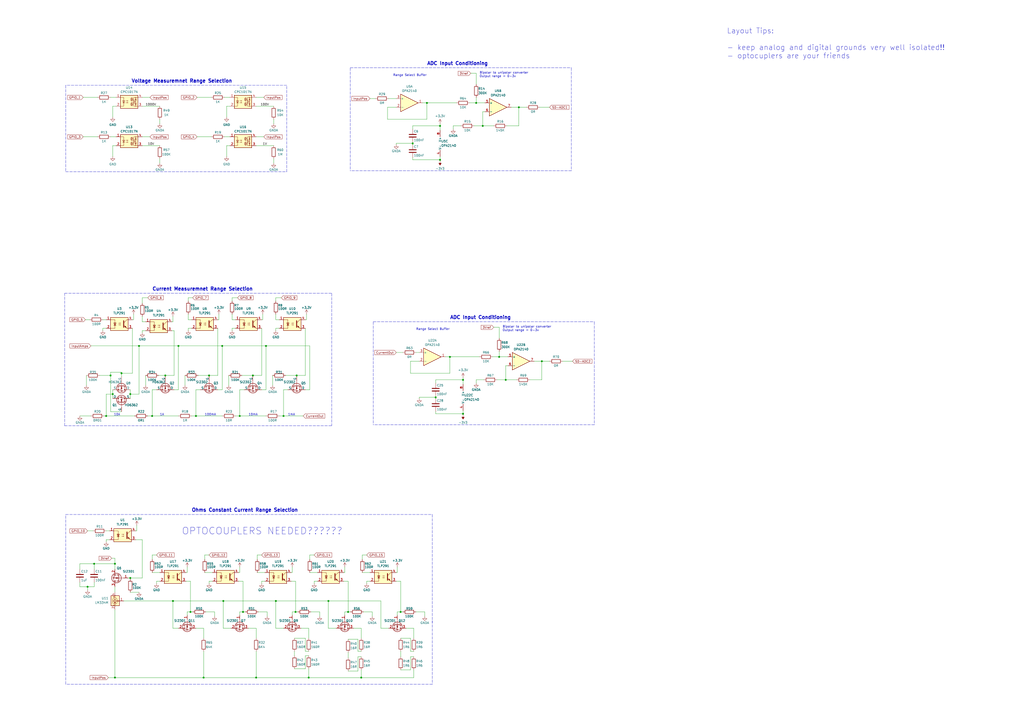
<source format=kicad_sch>
(kicad_sch (version 20230121) (generator eeschema)
  (paper "A2")
  (lib_symbols
    (symbol "Amplifier_Operational:OPA2134" (pin_names (offset 0.127))
      (property "Reference" "U" (at 0 5.08 0))
      (property "Value" "OPA2134" (at 0 -5.08 0))
      (symbol "OPA2134_1_1"
        (pin output line (at 7.62 0 180) (length 2.54) (name "~") (number "1"))
        (pin input line (at -7.62 -2.54 0) (length 2.54) (name "-") (number "2"))
        (pin input line (at -7.62 2.54 0) (length 2.54) (name "+") (number "3"))
      )
      (symbol "OPA2134_2_1"
        (pin input line (at -7.62 2.54 0) (length 2.54) (name "+") (number "5"))
        (pin input line (at -7.62 -2.54 0) (length 2.54) (name "-") (number "6"))
        (pin output line (at 7.62 0 180) (length 2.54) (name "~") (number "7"))
      )
      (symbol "OPA2134_3_1"
        (pin power_in line (at -2.54 -7.62 90) (length 3.81) (name "V-") (number "4"))
        (pin power_in line (at -2.54 7.62 270) (length 3.81) (name "V+") (number "8"))
      )
    )
    (symbol "Device:C" (pin_numbers hide) (pin_names (offset 0.254))
      (property "Reference" "C" (at 0.635 2.54 0))
      (property "Value" "C" (at 0.635 -2.54 0))
      (symbol "C_1_1"
        (pin passive line (at 0 3.81 270) (length 2.794) (name "~") (number "1"))
        (pin passive line (at 0 -3.81 90) (length 2.794) (name "~") (number "2"))
      )
    )
    (symbol "Device:R" (pin_numbers hide) (pin_names (offset 0))
      (property "Reference" "R" (at 2.032 0 90))
      (property "Value" "R" (at 0 0 90))
      (symbol "R_1_1"
        (pin passive line (at 0 3.81 270) (length 1.27) (name "~") (number "1"))
        (pin passive line (at 0 -3.81 90) (length 1.27) (name "~") (number "2"))
      )
    )
    (symbol "Isolator:TLP291"
      (property "Reference" "U" (at -5.08 5.08 0))
      (property "Value" "TLP291" (at 0 5.08 0))
      (symbol "TLP291_1_1"
        (pin passive line (at -7.62 2.54 0) (length 2.54) (name "~") (number "1"))
        (pin passive line (at -7.62 -2.54 0) (length 2.54) (name "~") (number "2"))
        (pin passive line (at 7.62 -2.54 180) (length 2.54) (name "~") (number "3"))
        (pin passive line (at 7.62 2.54 180) (length 2.54) (name "~") (number "4"))
      )
    )
    (symbol "NMOS_1" (pin_numbers hide) (pin_names (offset 0))
      (property "Reference" "Q8" (at -1.27 2.54 90))
      (property "Value" "HD6362" (at -1.27 -6.35 90))
      (symbol "NMOS_1_1_1"
        (pin input line (at -5.08 0 0) (length 2.54) (name "G") (number "1"))
        (pin passive line (at 2.54 5.08 270) (length 2.54) (name "D") (number "2"))
        (pin passive line (at 2.54 -5.08 90) (length 2.54) (name "S") (number "3"))
      )
    )
    (symbol "Reference_Current:LM334M"
      (property "Reference" "U" (at 0.635 6.35 0))
      (property "Value" "LM334M" (at 0.635 4.445 0))
      (symbol "LM334M_1_1"
        (pin passive line (at 5.08 0 180) (length 2.54) (name "~") (number "1"))
        (pin passive line (at 0 -5.08 90) (length 2.54) (name "~") (number "2"))
        (pin passive line (at 0 -5.08 90) (length 2.54) hide (name "~") (number "3"))
        (pin passive line (at 0 5.08 270) (length 2.54) (name "~") (number "4"))
        (pin passive line (at 0 -5.08 90) (length 2.54) hide (name "~") (number "6"))
        (pin passive line (at 0 -5.08 90) (length 2.54) hide (name "~") (number "7"))
      )
    )
    (symbol "Relay_SolidState:CPC1017N"
      (property "Reference" "U" (at -5.08 5.08 0))
      (property "Value" "CPC1017N" (at 0 5.08 0))
      (symbol "CPC1017N_1_1"
        (pin passive line (at -7.62 2.54 0) (length 2.54) (name "~") (number "1"))
        (pin passive line (at -7.62 -2.54 0) (length 2.54) (name "~") (number "2"))
        (pin passive line (at 7.62 -2.54 180) (length 2.54) (name "~") (number "3"))
        (pin passive line (at 7.62 2.54 180) (length 2.54) (name "~") (number "4"))
      )
    )
    (symbol "Transistor_FET:IRLML6401" (pin_names hide)
      (property "Reference" "Q" (at 5.08 1.905 0))
      (property "Value" "IRLML6401" (at 5.08 0 0))
      (symbol "IRLML6401_1_1"
        (pin input line (at -5.08 0 0) (length 2.54) (name "G") (number "1"))
        (pin passive line (at 2.54 -5.08 90) (length 2.54) (name "S") (number "2"))
        (pin passive line (at 2.54 5.08 270) (length 2.54) (name "D") (number "3"))
      )
    )
    (symbol "power:+3.3V" (power) (pin_names (offset 0))
      (property "Value" "+3.3V" (at 0 3.556 0))
      (symbol "+3.3V_1_1"
        (pin power_in line (at 0 0 90) (length 0) hide (name "+3.3V") (number "1"))
      )
    )
    (symbol "power:-3V3" (power) (pin_names (offset 0))
      (property "Value" "-3V3" (at 0 3.81 0))
      (symbol "-3V3_0_0"
        (pin power_in line (at 0 0 90) (length 0) hide (name "-3V3") (number "1"))
      )
    )
    (symbol "power:GND" (power) (pin_names (offset 0))
      (property "Value" "GND" (at 0 -3.81 0))
      (symbol "GND_1_1"
        (pin power_in line (at 0 0 270) (length 0) hide (name "GND") (number "1"))
      )
    )
    (symbol "power:GNDA" (power) (pin_names (offset 0))
      (property "Value" "GNDA" (at 0 -3.81 0))
      (symbol "GNDA_1_1"
        (pin power_in line (at 0 0 270) (length 0) hide (name "GNDA") (number "1"))
      )
    )
  )
  (junction (at 50.8 340.36))
  (junction (at 121.285 217.805))
  (junction (at 276.225 59.69))
  (junction (at 268.605 240.03))
  (junction (at 139.065 241.3))
  (junction (at 289.56 207.01))
  (junction (at 64.135 217.805))
  (junction (at 300.99 62.23))
  (junction (at 140.97 354.965))
  (junction (at 293.37 220.345))
  (junction (at 118.11 393.065))
  (junction (at 268.605 220.345))
  (junction (at 260.985 207.01))
  (junction (at 252.73 230.505))
  (junction (at 128.905 200.66))
  (junction (at 239.395 83.185))
  (junction (at 65.405 228.6))
  (junction (at 129.54 348.615))
  (junction (at 75.565 335.28))
  (junction (at 255.27 92.71))
  (junction (at 95.885 217.805))
  (junction (at 66.675 393.065))
  (junction (at 232.41 354.965))
  (junction (at 171.45 354.965))
  (junction (at 88.265 241.3))
  (junction (at 164.465 241.3))
  (junction (at 280.035 73.025))
  (junction (at 110.49 354.965))
  (junction (at 54.61 327.025))
  (junction (at 209.55 393.065))
  (junction (at 148.59 393.065))
  (junction (at 75.565 228.6))
  (junction (at 160.02 348.615))
  (junction (at 172.085 217.805))
  (junction (at 66.675 327.025))
  (junction (at 80.645 200.66))
  (junction (at 113.665 241.3))
  (junction (at 255.27 73.025))
  (junction (at 247.65 59.69))
  (junction (at 61.595 241.3))
  (junction (at 100.33 348.615))
  (junction (at 201.93 354.965))
  (junction (at 146.685 217.805))
  (junction (at 154.305 200.66))
  (junction (at 190.5 348.615))
  (junction (at 70.485 216.535))
  (junction (at 103.505 200.66))
  (junction (at 179.07 393.065))
  (junction (at 314.325 209.55))
  (wire (pts (xy 65.405 228.6) (xy 61.595 228.6)))
  (wire (pts (xy 212.725 338.455) (xy 212.725 337.185)))
  (wire (pts (xy 220.98 348.615) (xy 190.5 348.615)))
  (wire (pts (xy 107.95 332.105) (xy 108.585 332.105)))
  (wire (pts (xy 240.03 377.825) (xy 238.125 377.825)))
  (wire (pts (xy 46.355 327.025) (xy 54.61 327.025)))
  (wire (pts (xy 179.705 226.06) (xy 179.705 200.66)))
  (wire (pts (xy 280.035 64.77) (xy 280.035 73.025)))
  (wire (pts (xy 252.73 230.505) (xy 252.73 231.14)))
  (wire (pts (xy 294.005 73.025) (xy 300.99 73.025)))
  (wire (pts (xy 139.065 332.105) (xy 139.065 328.93)))
  (wire (pts (xy 75.565 226.06) (xy 75.565 228.6)))
  (wire (pts (xy 128.905 226.06) (xy 128.905 200.66)))
  (wire (pts (xy 172.085 217.805) (xy 172.085 218.44)))
  (wire (pts (xy 160.02 348.615) (xy 160.02 364.49)))
  (wire (pts (xy 177.8 185.42) (xy 177.8 182.245)))
  (wire (pts (xy 255.27 92.71) (xy 255.27 93.345)))
  (wire (pts (xy 258.445 207.01) (xy 260.985 207.01)))
  (wire (pts (xy 146.685 217.805) (xy 146.685 218.44)))
  (wire (pts (xy 209.55 393.065) (xy 179.07 393.065)))
  (wire (pts (xy 65.405 226.06) (xy 65.405 228.6)))
  (wire (pts (xy 160.02 348.615) (xy 190.5 348.615)))
  (wire (pts (xy 288.29 220.345) (xy 293.37 220.345)))
  (wire (pts (xy 65.405 84.455) (xy 67.31 84.455)))
  (wire (pts (xy 151.765 185.42) (xy 152.4 185.42)))
  (wire (pts (xy 99.695 191.77) (xy 100.965 191.77)))
  (wire (pts (xy 201.93 354.965) (xy 200.025 354.965)))
  (wire (pts (xy 61.595 313.055) (xy 63.5 313.055)))
  (wire (pts (xy 276.225 56.515) (xy 276.225 59.69)))
  (wire (pts (xy 293.37 220.345) (xy 299.72 220.345)))
  (wire (pts (xy 100.33 348.615) (xy 100.33 364.49)))
  (wire (pts (xy 149.86 354.965) (xy 154.94 354.965)))
  (wire (pts (xy 243.205 231.14) (xy 243.205 230.505)))
  (wire (pts (xy 172.72 354.965) (xy 171.45 354.965)))
  (wire (pts (xy 229.87 332.105) (xy 230.505 332.105)))
  (wire (pts (xy 118.11 364.49) (xy 118.11 370.205)))
  (wire (pts (xy 109.22 191.77) (xy 109.22 190.5)))
  (wire (pts (xy 229.87 337.185) (xy 232.41 337.185)))
  (wire (pts (xy 128.905 200.66) (xy 103.505 200.66)))
  (wire (pts (xy 80.645 200.66) (xy 80.645 228.6)))
  (wire (pts (xy 50.165 217.805) (xy 50.165 223.52)))
  (wire (pts (xy 140.97 354.965) (xy 139.065 354.965)))
  (wire (pts (xy 82.55 61.595) (xy 92.71 61.595)))
  (polyline (pts (xy 166.37 99.695) (xy 166.37 49.53)) (stroke (width 0) (type dash)))
  (wire (pts (xy 46.355 330.2) (xy 46.355 327.025)))
  (wire (pts (xy 151.765 190.5) (xy 151.765 217.805)))
  (wire (pts (xy 200.025 332.105) (xy 200.025 328.93)))
  (wire (pts (xy 64.135 217.805) (xy 64.135 215.9)))
  (wire (pts (xy 82.55 56.515) (xy 86.995 56.515)))
  (wire (pts (xy 241.3 354.965) (xy 246.38 354.965)))
  (wire (pts (xy 100.965 226.06) (xy 103.505 226.06)))
  (wire (pts (xy 70.485 238.76) (xy 64.135 238.76)))
  (wire (pts (xy 314.325 209.55) (xy 318.77 209.55)))
  (wire (pts (xy 65.405 61.595) (xy 67.31 61.595)))
  (wire (pts (xy 64.135 56.515) (xy 67.31 56.515)))
  (wire (pts (xy 109.22 172.72) (xy 109.22 174.625)))
  (wire (pts (xy 151.765 337.185) (xy 153.67 337.185)))
  (wire (pts (xy 148.59 79.375) (xy 153.035 79.375)))
  (wire (pts (xy 65.405 228.6) (xy 65.405 231.14)))
  (wire (pts (xy 76.835 185.42) (xy 77.47 185.42)))
  (wire (pts (xy 109.22 190.5) (xy 111.125 190.5)))
  (wire (pts (xy 64.135 79.375) (xy 67.31 79.375)))
  (wire (pts (xy 132.715 217.805) (xy 132.715 223.52)))
  (wire (pts (xy 84.455 217.805) (xy 84.455 223.52)))
  (wire (pts (xy 180.34 354.965) (xy 185.42 354.965)))
  (wire (pts (xy 280.035 73.025) (xy 286.385 73.025)))
  (wire (pts (xy 121.285 338.455) (xy 121.285 337.185)))
  (wire (pts (xy 300.99 73.025) (xy 300.99 62.23)))
  (wire (pts (xy 149.225 332.105) (xy 153.67 332.105)))
  (wire (pts (xy 268.605 240.03) (xy 268.605 240.665)))
  (wire (pts (xy 281.305 64.77) (xy 280.035 64.77)))
  (polyline (pts (xy 192.405 170.18) (xy 192.405 247.015)) (stroke (width 0) (type dash)))
  (wire (pts (xy 161.925 241.3) (xy 164.465 241.3)))
  (wire (pts (xy 136.525 241.3) (xy 139.065 241.3)))
  (wire (pts (xy 134.62 182.245) (xy 134.62 185.42)))
  (wire (pts (xy 61.595 241.3) (xy 78.105 241.3)))
  (wire (pts (xy 118.745 321.945) (xy 118.745 324.485)))
  (wire (pts (xy 46.355 241.3) (xy 52.705 241.3)))
  (wire (pts (xy 82.55 191.77) (xy 84.455 191.77)))
  (wire (pts (xy 75.565 335.28) (xy 82.55 335.28)))
  (wire (pts (xy 54.61 327.025) (xy 66.675 327.025)))
  (wire (pts (xy 276.225 59.69) (xy 281.305 59.69)))
  (wire (pts (xy 48.26 79.375) (xy 56.515 79.375)))
  (wire (pts (xy 255.27 71.755) (xy 255.27 73.025)))
  (wire (pts (xy 85.725 172.72) (xy 82.55 172.72)))
  (wire (pts (xy 131.445 61.595) (xy 133.35 61.595)))
  (polyline (pts (xy 37.465 170.18) (xy 192.405 170.18)) (stroke (width 0) (type dash)))
  (wire (pts (xy 210.185 321.945) (xy 210.185 324.485)))
  (wire (pts (xy 121.285 337.185) (xy 123.19 337.185)))
  (wire (pts (xy 134.62 172.72) (xy 134.62 174.625)))
  (wire (pts (xy 238.125 370.205) (xy 232.41 370.205)))
  (wire (pts (xy 130.175 56.515) (xy 133.35 56.515)))
  (wire (pts (xy 138.43 332.105) (xy 139.065 332.105)))
  (wire (pts (xy 88.265 226.06) (xy 88.265 241.3)))
  (wire (pts (xy 158.115 217.805) (xy 158.115 223.52)))
  (wire (pts (xy 151.765 217.805) (xy 146.685 217.805)))
  (wire (pts (xy 179.07 364.49) (xy 179.07 370.205)))
  (wire (pts (xy 110.49 354.965) (xy 108.585 354.965)))
  (wire (pts (xy 177.165 380.365) (xy 179.07 380.365)))
  (wire (pts (xy 131.445 84.455) (xy 131.445 90.805)))
  (wire (pts (xy 243.205 230.505) (xy 252.73 230.505)))
  (wire (pts (xy 50.8 307.975) (xy 53.975 307.975)))
  (wire (pts (xy 61.595 314.325) (xy 61.595 313.055)))
  (wire (pts (xy 129.54 348.615) (xy 100.33 348.615)))
  (wire (pts (xy 210.185 332.105) (xy 214.63 332.105)))
  (wire (pts (xy 82.55 172.72) (xy 82.55 175.895)))
  (wire (pts (xy 111.125 241.3) (xy 113.665 241.3)))
  (wire (pts (xy 190.5 364.49) (xy 190.5 348.615)))
  (wire (pts (xy 160.02 190.5) (xy 161.925 190.5)))
  (wire (pts (xy 239.395 83.185) (xy 239.395 83.82)))
  (wire (pts (xy 260.985 207.01) (xy 278.13 207.01)))
  (wire (pts (xy 131.445 61.595) (xy 131.445 67.945)))
  (polyline (pts (xy 344.805 186.69) (xy 344.805 246.38)) (stroke (width 0) (type dash)))
  (wire (pts (xy 107.315 217.805) (xy 107.315 223.52)))
  (wire (pts (xy 71.755 348.615) (xy 100.33 348.615)))
  (wire (pts (xy 214.63 57.15) (xy 217.805 57.15)))
  (wire (pts (xy 309.88 209.55) (xy 314.325 209.55)))
  (wire (pts (xy 252.73 229.87) (xy 252.73 230.505)))
  (wire (pts (xy 200.025 354.965) (xy 200.025 356.87)))
  (wire (pts (xy 148.59 377.825) (xy 148.59 393.065)))
  (wire (pts (xy 160.02 185.42) (xy 161.925 185.42)))
  (wire (pts (xy 66.675 340.36) (xy 66.675 343.535)))
  (wire (pts (xy 235.585 364.49) (xy 240.03 364.49)))
  (wire (pts (xy 179.705 321.945) (xy 179.705 324.485)))
  (wire (pts (xy 240.03 393.065) (xy 209.55 393.065)))
  (wire (pts (xy 182.245 321.945) (xy 179.705 321.945)))
  (wire (pts (xy 75.565 228.6) (xy 75.565 231.14)))
  (wire (pts (xy 239.395 82.55) (xy 239.395 83.185)))
  (wire (pts (xy 232.41 388.62) (xy 238.125 388.62)))
  (wire (pts (xy 121.285 321.945) (xy 118.745 321.945)))
  (wire (pts (xy 194.945 364.49) (xy 190.5 364.49)))
  (wire (pts (xy 110.49 337.185) (xy 110.49 354.965)))
  (wire (pts (xy 169.545 354.965) (xy 169.545 356.87)))
  (wire (pts (xy 239.395 92.71) (xy 255.27 92.71)))
  (wire (pts (xy 230.505 354.965) (xy 230.505 356.87)))
  (wire (pts (xy 243.205 209.55) (xy 238.125 209.55)))
  (wire (pts (xy 177.165 185.42) (xy 177.8 185.42)))
  (wire (pts (xy 168.91 337.185) (xy 171.45 337.185)))
  (polyline (pts (xy 38.1 298.45) (xy 250.825 298.45)) (stroke (width 0) (type dash)))
  (wire (pts (xy 54.61 337.82) (xy 54.61 340.36)))
  (wire (pts (xy 294.64 212.09) (xy 293.37 212.09)))
  (wire (pts (xy 103.505 226.06) (xy 103.505 200.66)))
  (wire (pts (xy 108.585 354.965) (xy 108.585 356.87)))
  (wire (pts (xy 177.165 377.825) (xy 179.07 377.825)))
  (wire (pts (xy 75.565 335.28) (xy 75.565 335.915)))
  (wire (pts (xy 239.395 73.025) (xy 255.27 73.025)))
  (wire (pts (xy 118.11 393.065) (xy 148.59 393.065)))
  (wire (pts (xy 160.02 348.615) (xy 129.54 348.615)))
  (wire (pts (xy 49.53 185.42) (xy 52.07 185.42)))
  (wire (pts (xy 229.87 62.23) (xy 224.79 62.23)))
  (wire (pts (xy 99.695 186.69) (xy 100.33 186.69)))
  (wire (pts (xy 65.405 61.595) (xy 65.405 67.945)))
  (wire (pts (xy 160.02 191.77) (xy 160.02 190.5)))
  (wire (pts (xy 276.225 220.345) (xy 280.67 220.345)))
  (wire (pts (xy 118.11 393.065) (xy 118.11 377.825)))
  (wire (pts (xy 160.02 182.245) (xy 160.02 185.42)))
  (polyline (pts (xy 216.535 186.69) (xy 344.805 186.69)) (stroke (width 0) (type dash)))
  (wire (pts (xy 59.69 185.42) (xy 61.595 185.42)))
  (wire (pts (xy 151.765 226.06) (xy 154.305 226.06)))
  (wire (pts (xy 154.305 226.06) (xy 154.305 200.66)))
  (polyline (pts (xy 166.37 49.53) (xy 38.1 49.53)) (stroke (width 0) (type dash)))
  (wire (pts (xy 247.65 59.69) (xy 264.795 59.69)))
  (wire (pts (xy 252.73 240.03) (xy 268.605 240.03)))
  (wire (pts (xy 90.805 337.185) (xy 92.71 337.185)))
  (wire (pts (xy 111.76 172.72) (xy 109.22 172.72)))
  (wire (pts (xy 207.645 381) (xy 209.55 381)))
  (polyline (pts (xy 331.47 39.37) (xy 331.47 99.06)) (stroke (width 0) (type dash)))
  (wire (pts (xy 289.56 203.835) (xy 289.56 207.01)))
  (wire (pts (xy 113.665 364.49) (xy 118.11 364.49)))
  (wire (pts (xy 141.605 226.06) (xy 139.065 226.06)))
  (wire (pts (xy 82.55 193.04) (xy 82.55 191.77)))
  (wire (pts (xy 61.595 307.975) (xy 63.5 307.975)))
  (wire (pts (xy 100.33 364.49) (xy 103.505 364.49)))
  (wire (pts (xy 255.27 90.805) (xy 255.27 92.71)))
  (wire (pts (xy 148.59 84.455) (xy 158.75 84.455)))
  (wire (pts (xy 177.165 370.205) (xy 177.165 377.825)))
  (wire (pts (xy 203.2 354.965) (xy 201.93 354.965)))
  (wire (pts (xy 114.3 56.515) (xy 122.555 56.515)))
  (wire (pts (xy 182.245 338.455) (xy 182.245 337.185)))
  (wire (pts (xy 289.56 207.01) (xy 294.64 207.01)))
  (wire (pts (xy 272.415 59.69) (xy 276.225 59.69)))
  (wire (pts (xy 62.865 393.065) (xy 66.675 393.065)))
  (wire (pts (xy 109.22 185.42) (xy 111.125 185.42)))
  (wire (pts (xy 108.585 332.105) (xy 108.585 328.93)))
  (wire (pts (xy 121.285 217.805) (xy 121.285 218.44)))
  (wire (pts (xy 61.595 228.6) (xy 61.595 241.3)))
  (wire (pts (xy 201.93 378.46) (xy 201.93 381.635)))
  (wire (pts (xy 66.675 393.065) (xy 118.11 393.065)))
  (wire (pts (xy 209.55 377.825) (xy 207.645 377.825)))
  (wire (pts (xy 225.425 364.49) (xy 220.98 364.49)))
  (wire (pts (xy 164.465 226.06) (xy 164.465 241.3)))
  (wire (pts (xy 224.79 62.23) (xy 224.79 69.215)))
  (wire (pts (xy 126.365 185.42) (xy 127 185.42)))
  (wire (pts (xy 241.3 204.47) (xy 243.205 204.47)))
  (wire (pts (xy 109.22 182.245) (xy 109.22 185.42)))
  (wire (pts (xy 201.93 337.185) (xy 201.93 354.965)))
  (wire (pts (xy 148.59 56.515) (xy 153.035 56.515)))
  (wire (pts (xy 160.02 172.72) (xy 163.195 172.72)))
  (wire (pts (xy 103.505 200.66) (xy 80.645 200.66)))
  (wire (pts (xy 201.93 389.255) (xy 207.645 389.255)))
  (polyline (pts (xy 38.1 99.695) (xy 166.37 99.695)) (stroke (width 0) (type dash)))
  (wire (pts (xy 158.75 94.615) (xy 158.75 92.075)))
  (wire (pts (xy 92.71 94.615) (xy 92.71 92.075)))
  (wire (pts (xy 154.94 354.965) (xy 154.94 357.505)))
  (wire (pts (xy 179.07 387.985) (xy 179.07 393.065)))
  (wire (pts (xy 212.725 321.945) (xy 210.185 321.945)))
  (wire (pts (xy 75.565 343.535) (xy 80.645 343.535)))
  (wire (pts (xy 307.34 220.345) (xy 314.325 220.345)))
  (polyline (pts (xy 37.465 247.015) (xy 192.405 247.015)) (stroke (width 0) (type dash)))
  (wire (pts (xy 57.785 217.805) (xy 64.135 217.805)))
  (wire (pts (xy 268.605 220.345) (xy 268.605 222.885)))
  (wire (pts (xy 151.765 321.945) (xy 149.225 321.945)))
  (wire (pts (xy 300.99 62.23) (xy 305.435 62.23)))
  (wire (pts (xy 64.135 238.76) (xy 64.135 217.805)))
  (wire (pts (xy 210.82 354.965) (xy 215.9 354.965)))
  (polyline (pts (xy 203.2 39.37) (xy 203.2 99.06)) (stroke (width 0) (type dash)))
  (wire (pts (xy 126.365 217.805) (xy 121.285 217.805)))
  (wire (pts (xy 185.42 354.965) (xy 185.42 357.505)))
  (wire (pts (xy 232.41 377.825) (xy 232.41 381)))
  (wire (pts (xy 144.145 364.49) (xy 148.59 364.49)))
  (wire (pts (xy 116.205 226.06) (xy 113.665 226.06)))
  (wire (pts (xy 240.03 388.62) (xy 240.03 393.065)))
  (wire (pts (xy 70.485 216.535) (xy 76.835 216.535)))
  (wire (pts (xy 114.935 217.805) (xy 121.285 217.805)))
  (wire (pts (xy 262.89 73.025) (xy 267.335 73.025)))
  (wire (pts (xy 289.56 189.865) (xy 289.56 196.215)))
  (wire (pts (xy 179.705 200.66) (xy 154.305 200.66)))
  (wire (pts (xy 76.835 190.5) (xy 76.835 216.535)))
  (wire (pts (xy 88.265 241.3) (xy 103.505 241.3)))
  (wire (pts (xy 152.4 185.42) (xy 152.4 182.245)))
  (wire (pts (xy 140.97 337.185) (xy 140.97 354.965)))
  (wire (pts (xy 252.73 220.345) (xy 268.605 220.345)))
  (wire (pts (xy 50.8 340.36) (xy 50.8 342.265)))
  (wire (pts (xy 177.165 387.985) (xy 177.165 380.365)))
  (wire (pts (xy 169.545 332.105) (xy 169.545 328.93)))
  (wire (pts (xy 148.59 364.49) (xy 148.59 370.205)))
  (wire (pts (xy 114.3 79.375) (xy 122.555 79.375)))
  (wire (pts (xy 170.815 377.825) (xy 170.815 380.365)))
  (wire (pts (xy 134.62 191.77) (xy 134.62 190.5)))
  (wire (pts (xy 209.55 364.49) (xy 209.55 370.205)))
  (wire (pts (xy 154.305 200.66) (xy 128.905 200.66)))
  (wire (pts (xy 158.75 71.755) (xy 158.75 69.215)))
  (wire (pts (xy 88.265 321.945) (xy 88.265 324.485)))
  (wire (pts (xy 88.265 332.105) (xy 92.71 332.105)))
  (polyline (pts (xy 37.465 247.015) (xy 37.465 170.18)) (stroke (width 0) (type dash)))
  (wire (pts (xy 168.91 332.105) (xy 169.545 332.105)))
  (wire (pts (xy 70.485 215.9) (xy 70.485 216.535)))
  (wire (pts (xy 64.77 323.85) (xy 66.675 323.85)))
  (wire (pts (xy 209.55 388.62) (xy 209.55 393.065)))
  (wire (pts (xy 177.165 190.5) (xy 177.165 217.805)))
  (wire (pts (xy 232.41 337.185) (xy 232.41 354.965)))
  (wire (pts (xy 111.76 354.965) (xy 110.49 354.965)))
  (wire (pts (xy 113.665 226.06) (xy 113.665 241.3)))
  (wire (pts (xy 65.405 84.455) (xy 65.405 90.805)))
  (wire (pts (xy 138.43 337.185) (xy 140.97 337.185)))
  (wire (pts (xy 285.75 207.01) (xy 289.56 207.01)))
  (wire (pts (xy 276.225 222.25) (xy 276.225 220.345)))
  (wire (pts (xy 59.69 190.5) (xy 61.595 190.5)))
  (wire (pts (xy 229.87 204.47) (xy 233.68 204.47)))
  (wire (pts (xy 79.375 307.975) (xy 79.375 304.8)))
  (wire (pts (xy 199.39 332.105) (xy 200.025 332.105)))
  (wire (pts (xy 260.985 216.535) (xy 260.985 207.01)))
  (wire (pts (xy 151.765 338.455) (xy 151.765 337.185)))
  (wire (pts (xy 220.98 348.615) (xy 220.98 364.49)))
  (wire (pts (xy 229.87 83.82) (xy 229.87 83.185)))
  (wire (pts (xy 130.175 79.375) (xy 133.35 79.375)))
  (wire (pts (xy 95.885 217.805) (xy 95.885 218.44)))
  (wire (pts (xy 126.365 226.06) (xy 128.905 226.06)))
  (wire (pts (xy 160.02 174.625) (xy 160.02 172.72)))
  (wire (pts (xy 82.55 186.69) (xy 84.455 186.69)))
  (polyline (pts (xy 38.1 396.875) (xy 38.1 298.45)) (stroke (width 0) (type dash)))
  (polyline (pts (xy 38.1 49.53) (xy 38.1 99.695)) (stroke (width 0) (type dash)))
  (wire (pts (xy 66.675 327.025) (xy 66.675 330.2)))
  (wire (pts (xy 46.355 340.36) (xy 50.8 340.36)))
  (wire (pts (xy 134.62 190.5) (xy 136.525 190.5)))
  (wire (pts (xy 238.125 388.62) (xy 238.125 381)))
  (wire (pts (xy 212.725 337.185) (xy 214.63 337.185)))
  (wire (pts (xy 100.33 186.69) (xy 100.33 183.515)))
  (wire (pts (xy 167.005 226.06) (xy 164.465 226.06)))
  (wire (pts (xy 78.74 313.055) (xy 82.55 313.055)))
  (polyline (pts (xy 250.825 396.875) (xy 38.1 396.875)) (stroke (width 0) (type dash)))
  (wire (pts (xy 82.55 84.455) (xy 92.71 84.455)))
  (wire (pts (xy 90.805 226.06) (xy 88.265 226.06)))
  (wire (pts (xy 179.07 393.065) (xy 148.59 393.065)))
  (wire (pts (xy 229.87 83.185) (xy 239.395 83.185)))
  (wire (pts (xy 100.965 191.77) (xy 100.965 217.805)))
  (wire (pts (xy 245.11 59.69) (xy 247.65 59.69)))
  (wire (pts (xy 230.505 332.105) (xy 230.505 328.93)))
  (wire (pts (xy 142.24 354.965) (xy 140.97 354.965)))
  (wire (pts (xy 255.27 73.025) (xy 255.27 75.565)))
  (wire (pts (xy 199.39 337.185) (xy 201.93 337.185)))
  (wire (pts (xy 50.8 340.36) (xy 54.61 340.36)))
  (wire (pts (xy 140.335 217.805) (xy 146.685 217.805)))
  (wire (pts (xy 164.465 241.3) (xy 175.895 241.3)))
  (polyline (pts (xy 250.825 298.45) (xy 250.825 361.315)) (stroke (width 0) (type dash)))
  (wire (pts (xy 92.075 217.805) (xy 95.885 217.805)))
  (wire (pts (xy 274.955 73.025) (xy 280.035 73.025)))
  (wire (pts (xy 182.245 337.185) (xy 184.15 337.185)))
  (wire (pts (xy 80.645 228.6) (xy 75.565 228.6)))
  (wire (pts (xy 48.26 56.515) (xy 56.515 56.515)))
  (wire (pts (xy 232.41 354.965) (xy 230.505 354.965)))
  (polyline (pts (xy 216.535 186.69) (xy 216.535 246.38)) (stroke (width 0) (type dash)))
  (wire (pts (xy 60.325 241.3) (xy 61.595 241.3)))
  (wire (pts (xy 238.125 216.535) (xy 260.985 216.535)))
  (wire (pts (xy 273.05 42.545) (xy 276.225 42.545)))
  (wire (pts (xy 149.225 321.945) (xy 149.225 324.485)))
  (wire (pts (xy 313.055 62.23) (xy 318.77 62.23)))
  (wire (pts (xy 134.62 185.42) (xy 136.525 185.42)))
  (wire (pts (xy 225.425 57.15) (xy 229.87 57.15)))
  (wire (pts (xy 171.45 354.965) (xy 169.545 354.965)))
  (wire (pts (xy 276.225 42.545) (xy 276.225 48.895)))
  (wire (pts (xy 171.45 337.185) (xy 171.45 354.965)))
  (wire (pts (xy 238.125 377.825) (xy 238.125 370.205)))
  (wire (pts (xy 177.165 226.06) (xy 179.705 226.06)))
  (wire (pts (xy 326.39 209.55) (xy 332.105 209.55)))
  (wire (pts (xy 95.885 217.805) (xy 100.965 217.805)))
  (wire (pts (xy 207.645 370.84) (xy 201.93 370.84)))
  (wire (pts (xy 131.445 84.455) (xy 133.35 84.455)))
  (wire (pts (xy 113.665 241.3) (xy 128.905 241.3)))
  (polyline (pts (xy 250.825 360.045) (xy 250.825 396.875)) (stroke (width 0) (type dash)))
  (wire (pts (xy 246.38 354.965) (xy 246.38 357.505)))
  (wire (pts (xy 239.395 73.025) (xy 239.395 74.93)))
  (wire (pts (xy 124.46 354.965) (xy 124.46 357.505)))
  (wire (pts (xy 107.95 337.185) (xy 110.49 337.185)))
  (wire (pts (xy 92.71 71.755) (xy 92.71 69.215)))
  (wire (pts (xy 82.55 183.515) (xy 82.55 186.69)))
  (wire (pts (xy 164.465 364.49) (xy 160.02 364.49)))
  (wire (pts (xy 239.395 91.44) (xy 239.395 92.71)))
  (wire (pts (xy 174.625 364.49) (xy 179.07 364.49)))
  (wire (pts (xy 118.745 332.105) (xy 123.19 332.105)))
  (wire (pts (xy 179.705 332.105) (xy 184.15 332.105)))
  (wire (pts (xy 296.545 62.23) (xy 300.99 62.23)))
  (wire (pts (xy 46.355 337.82) (xy 46.355 340.36)))
  (wire (pts (xy 215.9 354.965) (xy 215.9 357.505)))
  (wire (pts (xy 170.815 370.205) (xy 177.165 370.205)))
  (wire (pts (xy 90.805 338.455) (xy 90.805 337.185)))
  (wire (pts (xy 119.38 354.965) (xy 124.46 354.965)))
  (wire (pts (xy 78.74 307.975) (xy 79.375 307.975)))
  (wire (pts (xy 207.645 389.255) (xy 207.645 381)))
  (wire (pts (xy 66.675 323.85) (xy 66.675 327.025)))
  (wire (pts (xy 205.105 364.49) (xy 209.55 364.49)))
  (wire (pts (xy 268.605 219.075) (xy 268.605 220.345)))
  (wire (pts (xy 90.805 321.945) (xy 88.265 321.945)))
  (wire (pts (xy 82.55 335.28) (xy 82.55 313.055)))
  (wire (pts (xy 137.795 172.72) (xy 134.62 172.72)))
  (wire (pts (xy 252.73 220.345) (xy 252.73 222.25)))
  (polyline (pts (xy 331.47 99.06) (xy 203.2 99.06)) (stroke (width 0) (type dash)))
  (wire (pts (xy 170.815 387.985) (xy 177.165 387.985)))
  (wire (pts (xy 126.365 190.5) (xy 126.365 217.805)))
  (wire (pts (xy 247.65 69.215) (xy 247.65 59.69)))
  (wire (pts (xy 129.54 364.49) (xy 129.54 348.615)))
  (wire (pts (xy 127 185.42) (xy 127 182.245)))
  (wire (pts (xy 139.065 241.3) (xy 154.305 241.3)))
  (polyline (pts (xy 203.2 39.37) (xy 331.47 39.37)) (stroke (width 0) (type dash)))
  (wire (pts (xy 262.89 74.93) (xy 262.89 73.025)))
  (wire (pts (xy 77.47 185.42) (xy 77.47 182.245)))
  (wire (pts (xy 85.725 241.3) (xy 88.265 241.3)))
  (wire (pts (xy 286.385 189.865) (xy 289.56 189.865)))
  (wire (pts (xy 52.705 200.66) (xy 80.645 200.66)))
  (wire (pts (xy 268.605 238.125) (xy 268.605 240.03)))
  (wire (pts (xy 314.325 220.345) (xy 314.325 209.55)))
  (wire (pts (xy 139.065 226.06) (xy 139.065 241.3)))
  (wire (pts (xy 70.485 216.535) (xy 70.485 218.44)))
  (wire (pts (xy 148.59 61.595) (xy 158.75 61.595)))
  (wire (pts (xy 165.735 217.805) (xy 172.085 217.805)))
  (wire (pts (xy 64.135 215.9) (xy 70.485 215.9)))
  (wire (pts (xy 252.73 238.76) (xy 252.73 240.03)))
  (wire (pts (xy 224.79 69.215) (xy 247.65 69.215)))
  (polyline (pts (xy 344.805 246.38) (xy 216.535 246.38)) (stroke (width 0) (type dash)))
  (wire (pts (xy 238.125 209.55) (xy 238.125 216.535)))
  (wire (pts (xy 233.68 354.965) (xy 232.41 354.965)))
  (wire (pts (xy 74.295 335.28) (xy 75.565 335.28)))
  (wire (pts (xy 293.37 212.09) (xy 293.37 220.345)))
  (wire (pts (xy 59.69 191.77) (xy 59.69 190.5)))
  (wire (pts (xy 82.55 79.375) (xy 86.995 79.375)))
  (wire (pts (xy 139.065 354.965) (xy 139.065 356.87)))
  (wire (pts (xy 207.645 377.825) (xy 207.645 370.84)))
  (wire (pts (xy 54.61 330.2) (xy 54.61 327.025)))
  (wire (pts (xy 133.985 364.49) (xy 129.54 364.49)))
  (wire (pts (xy 240.03 364.49) (xy 240.03 370.205)))
  (wire (pts (xy 66.675 353.695) (xy 66.675 393.065)))
  (wire (pts (xy 238.125 381) (xy 240.03 381)))
  (wire (pts (xy 177.165 217.805) (xy 172.085 217.805)))
  (text "Range Select Buffer" (at 227.965 44.45 0) (effects (font (size 1.27 1.27)) (justify left bottom)))
  (text "Voltage Measuremnet Range Selection" (at 76.2 48.26 0) (effects (font (size 2 2) (thickness 0.4) bold) (justify left bottom)))
  (text "ADC Input Conditioning" (at 260.985 185.42 0) (effects (font (size 2 2) (thickness 0.4) bold) (justify left bottom)))
  (text "Range Select Buffer" (at 241.3 191.77 0) (effects (font (size 1.27 1.27)) (justify left bottom)))
  (text "10mA" (at 144.145 241.3 0) (effects (font (size 1.27 1.27)) (justify left bottom)))
  (text "Layout Tips:\n\n- keep analog and digital grounds very well isolated!!\n- optocuplers are your friends\n" (at 421.64 34.29 0) (effects (font (size 3 3)) (justify left bottom)))
  (text "Bipolar to unipolar converter\nOutput range = 0-3v" (at 291.465 192.405 0) (effects (font (size 1.27 1.27)) (justify left bottom)))
  (text "1mA" (at 167.005 241.3 0) (effects (font (size 1.27 1.27)) (justify left bottom)))
  (text "Current Measuremnet Range Selection" (at 88.265 168.91 0) (effects (font (size 2 2) (thickness 0.4) bold) (justify left bottom)))
  (text "ADC Input Conditioning" (at 247.65 38.1 0) (effects (font (size 2 2) (thickness 0.4) bold) (justify left bottom)))
  (text "Bipolar to unipolar converter\nOutput range = 0-3v" (at 278.13 45.085 0) (effects (font (size 1.27 1.27)) (justify left bottom)))
  (text "Ohms Constant Current Range Selection" (at 111.125 297.18 0) (effects (font (size 2 2) (thickness 0.4) bold) (justify left bottom)))
  (text "OPTOCOUPLERS NEEDED??????" (at 105.41 310.515 0) (effects (font (size 4 4)) (justify left bottom)))
  (text "1A" (at 92.71 241.3 0) (effects (font (size 1.27 1.27)) (justify left bottom)))
  (text "10A" (at 66.04 241.3 0) (effects (font (size 1.27 1.27)) (justify left bottom)))
  (text "100mA" (at 118.745 241.3 0) (effects (font (size 1.27 1.27)) (justify left bottom)))
  (label "1000V" (at 84.455 61.595 0))
  (label "10V" (at 85.725 84.455 0))
  (label "1V" (at 152.4 84.455 0))
  (label "100V" (at 151.13 61.595 0))
  (global_label "CurrentOut" (shape input) (at 175.895 241.3 0) (property "Intersheetrefs" "${INTERSHEET_REFS}" (effects hide)))
  (global_label "InputPos" (shape input) (at 153.035 56.515 0) (property "Intersheetrefs" "${INTERSHEET_REFS}" (effects hide)))
  (global_label "GPIO_15" (shape input) (at 212.725 321.945 0) (property "Intersheetrefs" "${INTERSHEET_REFS}" (effects hide)))
  (global_label "CurrentOut" (shape input) (at 229.87 204.47 180) (property "Intersheetrefs" "${INTERSHEET_REFS}" (effects hide)))
  (global_label "GPIO_13" (shape input) (at 151.765 321.945 0) (property "Intersheetrefs" "${INTERSHEET_REFS}" (effects hide)))
  (global_label "GPIO_14" (shape input) (at 182.245 321.945 0) (property "Intersheetrefs" "${INTERSHEET_REFS}" (effects hide)))
  (global_label "3Vref" (shape input) (at 286.385 189.865 180) (property "Intersheetrefs" "${INTERSHEET_REFS}" (effects hide)))
  (global_label "InputPos" (shape input) (at 153.035 79.375 0) (property "Intersheetrefs" "${INTERSHEET_REFS}" (effects hide)))
  (global_label "GPIO_9" (shape input) (at 163.195 172.72 0) (property "Intersheetrefs" "${INTERSHEET_REFS}" (effects hide)))
  (global_label "SD-ADC1" (shape input) (at 318.77 62.23 0) (property "Intersheetrefs" "${INTERSHEET_REFS}" (effects hide)))
  (global_label "GPIO_8" (shape input) (at 137.795 172.72 0) (property "Intersheetrefs" "${INTERSHEET_REFS}" (effects hide)))
  (global_label "3Vref" (shape input) (at 64.77 323.85 180) (property "Intersheetrefs" "${INTERSHEET_REFS}" (effects hide)))
  (global_label "InputAmps" (shape input) (at 52.705 200.66 180) (property "Intersheetrefs" "${INTERSHEET_REFS}" (effects hide)))
  (global_label "GPIO_11" (shape input) (at 90.805 321.945 0) (property "Intersheetrefs" "${INTERSHEET_REFS}" (effects hide)))
  (global_label "GPIO_2" (shape input) (at 114.3 56.515 180) (property "Intersheetrefs" "${INTERSHEET_REFS}" (effects hide)))
  (global_label "InputPos" (shape input) (at 214.63 57.15 180) (property "Intersheetrefs" "${INTERSHEET_REFS}" (effects hide)))
  (global_label "SD-ADC2" (shape input) (at 332.105 209.55 0) (property "Intersheetrefs" "${INTERSHEET_REFS}" (effects hide)))
  (global_label "GPIO_5" (shape input) (at 49.53 185.42 180) (property "Intersheetrefs" "${INTERSHEET_REFS}" (effects hide)))
  (global_label "GPIO_1" (shape input) (at 48.26 56.515 180) (property "Intersheetrefs" "${INTERSHEET_REFS}" (effects hide)))
  (global_label "InputPos" (shape input) (at 86.995 56.515 0) (property "Intersheetrefs" "${INTERSHEET_REFS}" (effects hide)))
  (global_label "GPIO_7" (shape input) (at 111.76 172.72 0) (property "Intersheetrefs" "${INTERSHEET_REFS}" (effects hide)))
  (global_label "GPIO_12" (shape input) (at 121.285 321.945 0) (property "Intersheetrefs" "${INTERSHEET_REFS}" (effects hide)))
  (global_label "GPIO_4" (shape input) (at 114.3 79.375 180) (property "Intersheetrefs" "${INTERSHEET_REFS}" (effects hide)))
  (global_label "GPIO_10" (shape input) (at 50.8 307.975 180) (property "Intersheetrefs" "${INTERSHEET_REFS}" (effects hide)))
  (global_label "GPIO_3" (shape input) (at 48.26 79.375 180) (property "Intersheetrefs" "${INTERSHEET_REFS}" (effects hide)))
  (global_label "GPIO_6" (shape input) (at 85.725 172.72 0) (property "Intersheetrefs" "${INTERSHEET_REFS}" (effects hide)))
  (global_label "3Vref" (shape input) (at 273.05 42.545 180) (property "Intersheetrefs" "${INTERSHEET_REFS}" (effects hide)))
  (global_label "InputPos" (shape input) (at 86.995 79.375 0) (property "Intersheetrefs" "${INTERSHEET_REFS}" (effects hide)))
  (global_label "InputPos" (shape input) (at 62.865 393.065 180) (property "Intersheetrefs" "${INTERSHEET_REFS}" (effects hide)))
  (symbol (lib_name "NMOS_1") (lib_id "Simulation_SPICE:NMOS") (at 121.285 223.52 270) (unit 1)
    (property "Reference" "Q3" (at 123.825 222.25 90) (effects (justify left)))
    (property "Value" "SI2302" (at 113.665 221.615 90) (effects (justify left)))
    (property "Footprint" "Package_TO_SOT_SMD:SOT-23" (effects hide))
    (property "Datasheet" "https://datasheet.lcsc.com/lcsc/2207201830_HXY-MOSFET-SI2302-HXY_C4748714.pdf" (effects hide))
    (property "Store" "https://www.lcsc.com/product-detail/MOSFETs_HXY-span-style-background-color-ff0-MOSFET-span-SI2302-HXY_C4748714.html" (effects hide))
    (property "LCSC Price" "0.58" (effects hide))
    (property "Price Qty" "50" (effects hide))
  )
  (symbol (lib_id "Device:R") (at 221.615 57.15 90) (unit 1)
    (property "Reference" "R29" (at 221.615 54.61 90))
    (property "Value" "0R" (at 221.615 59.69 90))
    (property "Footprint" "Resistor_SMD:R_0402_1005Metric_Pad0.72x0.64mm_HandSolder" (effects hide))
    (property "Datasheet" "https://datasheet.lcsc.com/lcsc/2308241947_FOJAN-FRC0402P000-TS_C2906877.pdf" (effects hide))
    (property "Store" "https://www.lcsc.com/product-detail/Chip-Resistor-Surface-Mount_FOJAN-FRC0402P000-TS_C2906877.html" (effects hide))
    (property "LCSC Price" "0.05" (effects hide))
    (property "Price Qty" "100" (effects hide))
  )
  (symbol (lib_id "power:GNDA") (at 50.165 223.52 0) (unit 1)
    (property "Reference" "#PWR040" (effects hide))
    (property "Value" "GNDA" (at 50.165 227.33 0))
  )
  (symbol (lib_id "Device:R") (at 118.11 374.015 180) (unit 1)
    (property "Reference" "R65" (at 119.38 372.745 0) (effects (justify right)))
    (property "Value" "64K" (at 119.38 375.285 0) (effects (justify right)))
    (property "Footprint" "Resistor_SMD:R_1206_3216Metric_Pad1.30x1.75mm_HandSolder" (effects hide))
    (property "Datasheet" "https://datasheet.lcsc.com/lcsc/2207051802_LIZ-Elec-CR1206F46492G_C3037190.pdf" (effects hide))
    (property "LCSC Price" "0.19" (effects hide))
    (property "Price Qty" "50" (effects hide))
    (property "Store" "https://www.lcsc.com/product-detail/Chip-Resistor-Surface-Mount_LIZ-Elec-CR1206F46492G_C3037190.html" (effects hide))
  )
  (symbol (lib_id "power:+3.3V") (at 77.47 182.245 0) (unit 1)
    (property "Reference" "#PWR089" (effects hide))
    (property "Value" "+3.3V" (at 77.47 178.435 0))
  )
  (symbol (lib_id "power:+3.3V") (at 127 182.245 0) (unit 1)
    (property "Reference" "#PWR081" (effects hide))
    (property "Value" "+3.3V" (at 127 178.435 0))
  )
  (symbol (lib_id "Device:R") (at 92.71 88.265 0) (unit 1)
    (property "Reference" "R57" (at 96.52 86.995 0))
    (property "Value" "100K" (at 96.52 89.535 0))
    (property "Footprint" "Resistor_SMD:R_0603_1608Metric_Pad0.98x0.95mm_HandSolder" (effects hide))
    (property "Datasheet" "https://datasheet.lcsc.com/lcsc/2308241947_FOJAN-FRC0603F1003TS_C2906980.pdf" (effects hide))
    (property "Store" "https://www.lcsc.com/product-detail/Chip-Resistor-Surface-Mount_FOJAN-FRC0603F1003TS_C2906980.html" (effects hide))
    (property "LCSC Price" "0.09" (effects hide))
    (property "Price Qty" "100" (effects hide))
  )
  (symbol (lib_name "NMOS_1") (lib_id "Simulation_SPICE:NMOS") (at 70.485 223.52 270) (unit 1)
    (property "Reference" "Q8" (at 73.025 222.25 90) (effects (justify left)))
    (property "Value" "HD6362" (at 62.865 221.615 90) (effects (justify left)))
    (property "Footprint" "Package_TO_SOT_SMD:TO-252-2" (effects hide))
    (property "Datasheet" "https://datasheet.lcsc.com/lcsc/2304271705_HXY-MOSFET-HD6362_C5451644.pdf" (effects hide))
    (property "Store" "https://www.lcsc.com/product-detail/MOSFETs_HXY-span-style-background-color-ff0-MOSFET-span-HD6362_C5451644.html" (effects hide))
    (property "LCSC Price" "2" (effects hide))
    (property "Price Qty" "10" (effects hide))
  )
  (symbol (lib_id "Device:R") (at 126.365 79.375 90) (unit 1)
    (property "Reference" "R19" (at 126.365 76.835 90))
    (property "Value" "1K" (at 126.365 81.915 90))
    (property "Footprint" "Resistor_SMD:R_0603_1608Metric_Pad0.98x0.95mm_HandSolder" (effects hide))
    (property "Datasheet" "https://datasheet.lcsc.com/lcsc/2208230930_RALEC-RTX031001DETP_C5141145.pdf" (effects hide))
    (property "LCSC Price" "copy" (effects hide))
    (property "Price Qty" "copy" (effects hide))
    (property "Store" "https://www.lcsc.com/product-detail/Chip-span-style-background-color-ff0-Resistor-span-Surface-Mount_RALEC-RTX031001DETP_C5141145.html" (effects hide))
  )
  (symbol (lib_id "Device:R") (at 176.53 354.965 270) (unit 1)
    (property "Reference" "R53" (at 178.435 353.06 90) (effects (justify right)))
    (property "Value" "100K" (at 179.07 357.505 90) (effects (justify right)))
    (property "Footprint" "Resistor_SMD:R_0603_1608Metric_Pad0.98x0.95mm_HandSolder" (effects hide))
    (property "Datasheet" "https://datasheet.lcsc.com/lcsc/2308241947_FOJAN-FRC0603F1003TS_C2906980.pdf" (effects hide))
    (property "LCSC Price" "0.09" (effects hide))
    (property "Price Qty" "100" (effects hide))
    (property "Store" "https://www.lcsc.com/product-detail/Chip-Resistor-Surface-Mount_FOJAN-FRC0603F1003TS_C2906980.html" (effects hide))
  )
  (symbol (lib_id "Device:R") (at 53.975 217.805 270) (unit 1)
    (property "Reference" "R35" (at 55.88 215.9 90) (effects (justify right)))
    (property "Value" "100K" (at 56.515 220.345 90) (effects (justify right)))
    (property "Footprint" "Resistor_SMD:R_0603_1608Metric_Pad0.98x0.95mm_HandSolder" (effects hide))
    (property "Datasheet" "https://datasheet.lcsc.com/lcsc/2308241947_FOJAN-FRC0603F1003TS_C2906980.pdf" (effects hide))
    (property "LCSC Price" "0.09" (effects hide))
    (property "Price Qty" "100" (effects hide))
    (property "Store" "https://www.lcsc.com/product-detail/Chip-Resistor-Surface-Mount_FOJAN-FRC0603F1003TS_C2906980.html" (effects hide))
  )
  (symbol (lib_id "Device:R") (at 148.59 374.015 180) (unit 1)
    (property "Reference" "R32" (at 149.86 372.745 0) (effects (justify right)))
    (property "Value" "6K4" (at 149.86 375.285 0) (effects (justify right)))
    (property "Footprint" "Resistor_SMD:R_0402_1005Metric_Pad0.72x0.64mm_HandSolder" (effects hide))
    (property "Datasheet" "https://datasheet.lcsc.com/lcsc/2205121145_Viking-Tech-ARG03DTC6401N_C3014413.pdf" (effects hide))
    (property "LCSC Price" "0.42" (effects hide))
    (property "Price Qty" "50" (effects hide))
    (property "Store" "https://www.lcsc.com/product-detail/Chip-Resistor-Surface-Mount_Viking-Tech-ARG03DTC6401N_C3014413.html" (effects hide))
  )
  (symbol (lib_id "Isolator:TLP291") (at 161.29 334.645 0) (unit 1)
    (property "Reference" "U19" (at 161.29 325.755 0))
    (property "Value" "TLP291" (at 161.29 328.295 0))
    (property "Footprint" "Package_SO:SOP-4_4.4x2.6mm_P1.27mm" (effects hide))
    (property "Datasheet" "https://toshiba.semicon-storage.com/info/docget.jsp?did=12884&prodName=TLP291" (effects hide))
    (property "LCSC Price" "1.32" (effects hide))
    (property "Price Qty" "15" (effects hide))
    (property "Store" "https://www.lcsc.com/product-detail/Optocouplers-Phototransistor-Output_OCIC-CYTLP291-GB-TP_C3018819.html" (effects hide))
  )
  (symbol (lib_id "Device:R") (at 60.325 56.515 90) (unit 1)
    (property "Reference" "R27" (at 60.325 53.975 90))
    (property "Value" "1K" (at 60.325 59.055 90))
    (property "Footprint" "Resistor_SMD:R_0603_1608Metric_Pad0.98x0.95mm_HandSolder" (effects hide))
    (property "Datasheet" "https://datasheet.lcsc.com/lcsc/2208230930_RALEC-RTX031001DETP_C5141145.pdf" (effects hide))
    (property "LCSC Price" "copy" (effects hide))
    (property "Price Qty" "copy" (effects hide))
    (property "Store" "https://www.lcsc.com/product-detail/Chip-span-style-background-color-ff0-Resistor-span-Surface-Mount_RALEC-RTX031001DETP_C5141145.html" (effects hide))
  )
  (symbol (lib_id "Reference_Current:LM334M") (at 66.675 348.615 0) (unit 1)
    (property "Reference" "U11" (at 62.865 347.0275 0) (effects (justify right)))
    (property "Value" "LM334M" (at 62.865 349.5675 0) (effects (justify right)))
    (property "Footprint" "Package_SO:SOIC-8_3.9x4.9mm_P1.27mm" (effects hide))
    (property "Datasheet" "http://www.ti.com/lit/ds/symlink/lm134.pdf" (effects hide))
    (property "LCSC Price" "2.63" (effects hide))
    (property "Store" "https://www.lcsc.com/product-detail/Current-Source-Constant-Current-Source_Texas-Instruments-LM334MX-NOPB_C7945.html" (effects hide))
    (property "Price Qty" "4" (effects hide))
  )
  (symbol (lib_id "Transistor_FET:IRLML6401") (at 230.505 361.95 270) (unit 1)
    (property "Reference" "Q12" (at 231.14 360.045 90) (effects (justify left)))
    (property "Value" "SI2301" (at 222.885 360.045 90) (effects (justify left)))
    (property "Footprint" "Package_TO_SOT_SMD:SOT-23" (effects hide))
    (property "Datasheet" "https://datasheet.lcsc.com/lcsc/2305151520_HXY-MOSFET-SI2301-ZE_C5261052.pdf" (effects hide))
    (property "Store" "https://www.lcsc.com/product-detail/MOSFETs_HXY-span-style-background-color-ff0-MOSFET-span-SI2301-ZE_C5261052.html" (effects hide))
    (property "LCSC Price" "0.59" (effects hide))
    (property "Price Qty" "50" (effects hide))
  )
  (symbol (lib_id "Device:R") (at 268.605 59.69 90) (unit 1)
    (property "Reference" "R64" (at 268.605 57.15 90))
    (property "Value" "10K" (at 268.605 62.23 90))
    (property "Footprint" "Resistor_SMD:R_0603_1608Metric_Pad0.98x0.95mm_HandSolder" (effects hide))
    (property "Datasheet" "https://datasheet.lcsc.com/lcsc/2304140030_RALEC-RTT031002FTP_C103199.pdf" (effects hide))
    (property "LCSC Price" "0.1" (effects hide))
    (property "Price Qty" "100" (effects hide))
    (property "Store" "https://www.lcsc.com/product-detail/Chip-Resistor-Surface-Mount_RALEC-RTT031002FTP_C103199.html" (effects hide))
  )
  (symbol (lib_id "power:GNDA") (at 154.94 357.505 0) (unit 1)
    (property "Reference" "#PWR032" (effects hide))
    (property "Value" "GNDA" (at 154.94 361.315 0))
  )
  (symbol (lib_id "Amplifier_Operational:OPA2134") (at 237.49 59.69 0) (unit 1)
    (property "Reference" "U5" (at 237.49 50.165 0))
    (property "Value" "OPA2140" (at 237.49 52.705 0))
    (property "Footprint" "Package_SO:SOP-8_3.9x4.9mm_P1.27mm" (effects hide))
    (property "Datasheet" "https://datasheet.lcsc.com/lcsc/1912111437_Texas-Instruments-OPA2140AIDR_C335586.pdf" (effects hide))
    (property "Store" "https://www.lcsc.com/product-detail/FET-InputAmplifiers_Texas-Instruments-OPA2140AIDR_C335586.html" (effects hide))
    (property "LCSC Price" "15.31" (effects hide))
    (property "Price Qty" "4" (effects hide))
  )
  (symbol (lib_name "NMOS_1") (lib_id "Simulation_SPICE:NMOS") (at 95.885 223.52 270) (unit 1)
    (property "Reference" "Q2" (at 98.425 222.25 90) (effects (justify left)))
    (property "Value" "HD6362" (at 88.265 221.615 90) (effects (justify left)))
    (property "Footprint" "Package_TO_SOT_SMD:TO-252-2" (effects hide))
    (property "Datasheet" "https://datasheet.lcsc.com/lcsc/2304271705_HXY-MOSFET-HD6362_C5451644.pdf" (effects hide))
    (property "Store" "https://www.lcsc.com/product-detail/MOSFETs_HXY-span-style-background-color-ff0-MOSFET-span-HD6362_C5451644.html" (effects hide))
    (property "LCSC Price" "2" (effects hide))
    (property "Price Qty" "10" (effects hide))
  )
  (symbol (lib_id "Device:R") (at 201.93 374.65 180) (unit 1)
    (property "Reference" "R40" (at 203.2 373.38 0) (effects (justify right)))
    (property "Value" "16R" (at 203.2 375.92 0) (effects (justify right)))
    (property "Footprint" "Resistor_SMD:R_0402_1005Metric_Pad0.72x0.64mm_HandSolder" (effects hide))
    (property "Datasheet" "https://datasheet.lcsc.com/lcsc/2206021245_VO-SCR0402F16R_C3015729.pdf" (effects hide))
    (property "LCSC Price" "0.05" (effects hide))
    (property "Price Qty" "100" (effects hide))
    (property "Store" "https://www.lcsc.com/product-detail/Chip-Resistor-Surface-Mount_VO-SCR0402F16R_C3015729.html" (effects hide))
  )
  (symbol (lib_id "power:GNDA") (at 246.38 357.505 0) (unit 1)
    (property "Reference" "#PWR037" (effects hide))
    (property "Value" "GNDA" (at 246.38 361.315 0))
  )
  (symbol (lib_id "Isolator:TLP291") (at 191.77 334.645 0) (unit 1)
    (property "Reference" "U20" (at 191.77 325.755 0))
    (property "Value" "TLP291" (at 191.77 328.295 0))
    (property "Footprint" "Package_SO:SOP-4_4.4x2.6mm_P1.27mm" (effects hide))
    (property "Datasheet" "https://toshiba.semicon-storage.com/info/docget.jsp?did=12884&prodName=TLP291" (effects hide))
    (property "LCSC Price" "1.32" (effects hide))
    (property "Price Qty" "15" (effects hide))
    (property "Store" "https://www.lcsc.com/product-detail/Optocouplers-Phototransistor-Output_OCIC-CYTLP291-GB-TP_C3018819.html" (effects hide))
  )
  (symbol (lib_id "Amplifier_Operational:OPA2134") (at 271.145 230.505 0) (unit 3)
    (property "Reference" "U22" (at 269.24 229.235 0) (effects (justify left)))
    (property "Value" "OPA2140" (at 269.24 231.775 0) (effects (justify left)))
    (property "Footprint" "Package_SO:SOP-8_3.9x4.9mm_P1.27mm" (effects hide))
    (property "Datasheet" "https://datasheet.lcsc.com/lcsc/1912111437_Texas-Instruments-OPA2140AIDR_C335586.pdf" (effects hide))
    (property "Store" "https://www.lcsc.com/product-detail/FET-InputAmplifiers_Texas-Instruments-OPA2140AIDR_C335586.html" (effects hide))
    (property "LCSC Price" "15.31" (effects hide))
    (property "Price Qty" "4" (effects hide))
  )
  (symbol (lib_id "power:+3.3V") (at 169.545 328.93 0) (unit 1)
    (property "Reference" "#PWR044" (effects hide))
    (property "Value" "+3.3V" (at 169.545 325.12 0))
  )
  (symbol (lib_id "Device:C") (at 252.73 226.06 0) (unit 1)
    (property "Reference" "C25" (at 253.365 223.52 0) (effects (justify left)))
    (property "Value" "100nF" (at 253.365 228.6 0) (effects (justify left)))
    (property "Footprint" "Capacitor_SMD:C_0402_1005Metric_Pad0.74x0.62mm_HandSolder" (effects hide))
    (property "LCSC Price" "0" (effects hide))
    (property "Store" "Parts Bin" (effects hide))
    (property "Price Qty" "0" (effects hide))
  )
  (symbol (lib_id "Device:C") (at 239.395 87.63 0) (unit 1)
    (property "Reference" "C7" (at 240.03 85.09 0) (effects (justify left)))
    (property "Value" "100nF" (at 240.03 90.17 0) (effects (justify left)))
    (property "Footprint" "Capacitor_SMD:C_0402_1005Metric_Pad0.74x0.62mm_HandSolder" (effects hide))
    (property "LCSC Price" "0" (effects hide))
    (property "Store" "Parts Bin" (effects hide))
    (property "Price Qty" "0" (effects hide))
  )
  (symbol (lib_id "power:GND") (at 65.405 67.945 0) (unit 1)
    (property "Reference" "#PWR063" (effects hide))
    (property "Value" "GND" (at 65.405 72.39 0))
  )
  (symbol (lib_id "power:GND") (at 61.595 314.325 0) (unit 1)
    (property "Reference" "#PWR03" (effects hide))
    (property "Value" "GND" (at 61.595 318.135 0))
  )
  (symbol (lib_id "Isolator:TLP291") (at 144.145 187.96 0) (unit 1)
    (property "Reference" "U9" (at 144.145 179.07 0))
    (property "Value" "TLP291" (at 144.145 181.61 0))
    (property "Footprint" "Package_SO:SOP-4_4.4x2.6mm_P1.27mm" (effects hide))
    (property "Datasheet" "https://toshiba.semicon-storage.com/info/docget.jsp?did=12884&prodName=TLP291" (effects hide))
    (property "LCSC Price" "1.32" (effects hide))
    (property "Price Qty" "15" (effects hide))
    (property "Store" "https://www.lcsc.com/product-detail/Optocouplers-Phototransistor-Output_OCIC-CYTLP291-GB-TP_C3018819.html" (effects hide))
  )
  (symbol (lib_id "Isolator:TLP291") (at 169.545 187.96 0) (unit 1)
    (property "Reference" "U10" (at 169.545 179.07 0))
    (property "Value" "TLP291" (at 169.545 181.61 0))
    (property "Footprint" "Package_SO:SOP-4_4.4x2.6mm_P1.27mm" (effects hide))
    (property "Datasheet" "https://toshiba.semicon-storage.com/info/docget.jsp?did=12884&prodName=TLP291" (effects hide))
    (property "LCSC Price" "1.32" (effects hide))
    (property "Price Qty" "15" (effects hide))
    (property "Store" "https://www.lcsc.com/product-detail/Optocouplers-Phototransistor-Output_OCIC-CYTLP291-GB-TP_C3018819.html" (effects hide))
  )
  (symbol (lib_id "Device:R") (at 88.265 217.805 270) (unit 1)
    (property "Reference" "R34" (at 90.17 215.9 90) (effects (justify right)))
    (property "Value" "100K" (at 90.805 220.345 90) (effects (justify right)))
    (property "Footprint" "Resistor_SMD:R_0603_1608Metric_Pad0.98x0.95mm_HandSolder" (effects hide))
    (property "Datasheet" "https://datasheet.lcsc.com/lcsc/2308241947_FOJAN-FRC0603F1003TS_C2906980.pdf" (effects hide))
    (property "LCSC Price" "0.09" (effects hide))
    (property "Price Qty" "100" (effects hide))
    (property "Store" "https://www.lcsc.com/product-detail/Chip-Resistor-Surface-Mount_FOJAN-FRC0603F1003TS_C2906980.html" (effects hide))
  )
  (symbol (lib_id "Isolator:TLP291") (at 92.075 189.23 0) (unit 1)
    (property "Reference" "U4" (at 92.075 180.34 0))
    (property "Value" "TLP291" (at 92.075 182.88 0))
    (property "Footprint" "Package_SO:SOP-4_4.4x2.6mm_P1.27mm" (effects hide))
    (property "Datasheet" "https://toshiba.semicon-storage.com/info/docget.jsp?did=12884&prodName=TLP291" (effects hide))
    (property "LCSC Price" "1.32" (effects hide))
    (property "Price Qty" "15" (effects hide))
    (property "Store" "https://www.lcsc.com/product-detail/Optocouplers-Phototransistor-Output_OCIC-CYTLP291-GB-TP_C3018819.html" (effects hide))
  )
  (symbol (lib_id "power:GNDA") (at 158.75 71.755 0) (unit 1)
    (property "Reference" "#PWR074" (effects hide))
    (property "Value" "GNDA" (at 158.75 75.565 0))
  )
  (symbol (lib_id "Isolator:TLP291") (at 69.215 187.96 0) (unit 1)
    (property "Reference" "U3" (at 69.215 179.07 0))
    (property "Value" "TLP291" (at 69.215 181.61 0))
    (property "Footprint" "Package_SO:SOP-4_4.4x2.6mm_P1.27mm" (effects hide))
    (property "Datasheet" "https://toshiba.semicon-storage.com/info/docget.jsp?did=12884&prodName=TLP291" (effects hide))
    (property "LCSC Price" "1.32" (effects hide))
    (property "Price Qty" "15" (effects hide))
    (property "Store" "https://www.lcsc.com/product-detail/Optocouplers-Phototransistor-Output_OCIC-CYTLP291-GB-TP_C3018819.html" (effects hide))
  )
  (symbol (lib_id "Device:R") (at 149.225 328.295 180) (unit 1)
    (property "Reference" "R58" (at 152.4 327.025 0))
    (property "Value" "100R" (at 153.035 328.93 0))
    (property "Footprint" "Resistor_SMD:R_0402_1005Metric_Pad0.72x0.64mm_HandSolder" (effects hide))
    (property "Datasheet" "https://datasheet.lcsc.com/lcsc/2308241947_FOJAN-FRC0402F1000TS_C2906860.pdf" (effects hide))
    (property "LCSC Price" "0.05" (effects hide))
    (property "Price Qty" "100" (effects hide))
    (property "Store" "https://www.lcsc.com/product-detail/Chip-span-style-background-color-ff0-Resistor-span-Surface-Mount_FOJAN-FRC0402F1000TS_C2906860.html" (effects hide))
  )
  (symbol (lib_id "Device:R") (at 170.815 384.175 180) (unit 1)
    (property "Reference" "R42" (at 172.085 382.905 0) (effects (justify right)))
    (property "Value" "160R" (at 172.085 385.445 0) (effects (justify right)))
    (property "Footprint" "Resistor_SMD:R_0402_1005Metric_Pad0.72x0.64mm_HandSolder" (effects hide))
    (property "Datasheet" "https://datasheet.lcsc.com/lcsc/2308241947_FOJAN-FRC0402F1600TS_C2933075.pdf" (effects hide))
    (property "LCSC Price" "0.05" (effects hide))
    (property "Price Qty" "100" (effects hide))
    (property "Store" "https://www.lcsc.com/product-detail/Chip-Resistor-Surface-Mount_FOJAN-FRC0402F1600TS_C2933075.html" (effects hide))
  )
  (symbol (lib_id "power:GND") (at 212.725 338.455 0) (unit 1)
    (property "Reference" "#PWR056" (effects hide))
    (property "Value" "GND" (at 212.725 342.265 0))
  )
  (symbol (lib_id "power:GNDA") (at 80.645 343.535 0) (unit 1)
    (property "Reference" "#PWR07" (effects hide))
    (property "Value" "GNDA" (at 80.645 347.345 0))
  )
  (symbol (lib_id "Device:R") (at 118.745 328.295 180) (unit 1)
    (property "Reference" "R55" (at 121.92 327.025 0))
    (property "Value" "100R" (at 122.555 328.93 0))
    (property "Footprint" "Resistor_SMD:R_0402_1005Metric_Pad0.72x0.64mm_HandSolder" (effects hide))
    (property "Datasheet" "https://datasheet.lcsc.com/lcsc/2308241947_FOJAN-FRC0402F1000TS_C2906860.pdf" (effects hide))
    (property "LCSC Price" "0.05" (effects hide))
    (property "Price Qty" "100" (effects hide))
    (property "Store" "https://www.lcsc.com/product-detail/Chip-span-style-background-color-ff0-Resistor-span-Surface-Mount_FOJAN-FRC0402F1000TS_C2906860.html" (effects hide))
  )
  (symbol (lib_id "Device:R") (at 115.57 354.965 270) (unit 1)
    (property "Reference" "R50" (at 117.475 353.06 90) (effects (justify right)))
    (property "Value" "100K" (at 118.11 357.505 90) (effects (justify right)))
    (property "Footprint" "Resistor_SMD:R_0603_1608Metric_Pad0.98x0.95mm_HandSolder" (effects hide))
    (property "Datasheet" "https://datasheet.lcsc.com/lcsc/2308241947_FOJAN-FRC0603F1003TS_C2906980.pdf" (effects hide))
    (property "LCSC Price" "0.09" (effects hide))
    (property "Price Qty" "100" (effects hide))
    (property "Store" "https://www.lcsc.com/product-detail/Chip-Resistor-Surface-Mount_FOJAN-FRC0603F1003TS_C2906980.html" (effects hide))
  )
  (symbol (lib_id "power:GNDA") (at 185.42 357.505 0) (unit 1)
    (property "Reference" "#PWR035" (effects hide))
    (property "Value" "GNDA" (at 185.42 361.315 0))
  )
  (symbol (lib_id "Device:R") (at 237.49 354.965 270) (unit 1)
    (property "Reference" "R59" (at 239.395 353.06 90) (effects (justify right)))
    (property "Value" "100K" (at 240.03 357.505 90) (effects (justify right)))
    (property "Footprint" "Resistor_SMD:R_0603_1608Metric_Pad0.98x0.95mm_HandSolder" (effects hide))
    (property "Datasheet" "https://datasheet.lcsc.com/lcsc/2308241947_FOJAN-FRC0603F1003TS_C2906980.pdf" (effects hide))
    (property "LCSC Price" "0.09" (effects hide))
    (property "Price Qty" "100" (effects hide))
    (property "Store" "https://www.lcsc.com/product-detail/Chip-Resistor-Surface-Mount_FOJAN-FRC0603F1003TS_C2906980.html" (effects hide))
  )
  (symbol (lib_id "power:GNDA") (at 84.455 223.52 0) (unit 1)
    (property "Reference" "#PWR048" (effects hide))
    (property "Value" "GNDA" (at 84.455 227.33 0))
  )
  (symbol (lib_id "Amplifier_Operational:OPA2134") (at 302.26 209.55 0) (unit 2)
    (property "Reference" "U22" (at 302.26 200.025 0))
    (property "Value" "OPA2140" (at 302.26 202.565 0))
    (property "Footprint" "Package_SO:SOP-8_3.9x4.9mm_P1.27mm" (effects hide))
    (property "Datasheet" "https://datasheet.lcsc.com/lcsc/1912111437_Texas-Instruments-OPA2140AIDR_C335586.pdf" (effects hide))
    (property "Store" "https://www.lcsc.com/product-detail/FET-InputAmplifiers_Texas-Instruments-OPA2140AIDR_C335586.html" (effects hide))
    (property "LCSC Price" "15.31" (effects hide))
    (property "Price Qty" "4" (effects hide))
  )
  (symbol (lib_id "power:GNDA") (at 215.9 357.505 0) (unit 1)
    (property "Reference" "#PWR036" (effects hide))
    (property "Value" "GNDA" (at 215.9 361.315 0))
  )
  (symbol (lib_id "power:GNDA") (at 229.87 83.82 0) (unit 1)
    (property "Reference" "#PWR015" (effects hide))
    (property "Value" "GNDA" (at 229.87 87.63 0))
  )
  (symbol (lib_id "Device:R") (at 170.815 374.015 180) (unit 1)
    (property "Reference" "R37" (at 172.085 372.745 0) (effects (justify right)))
    (property "Value" "160R" (at 172.085 375.285 0) (effects (justify right)))
    (property "Footprint" "Resistor_SMD:R_0402_1005Metric_Pad0.72x0.64mm_HandSolder" (effects hide))
    (property "Datasheet" "https://datasheet.lcsc.com/lcsc/2308241947_FOJAN-FRC0402F1600TS_C2933075.pdf" (effects hide))
    (property "LCSC Price" "0.05" (effects hide))
    (property "Price Qty" "100" (effects hide))
    (property "Store" "https://www.lcsc.com/product-detail/Chip-Resistor-Surface-Mount_FOJAN-FRC0402F1600TS_C2933075.html" (effects hide))
  )
  (symbol (lib_id "Relay_SolidState:CPC1017N") (at 74.93 59.055 0) (unit 1)
    (property "Reference" "U14" (at 74.93 50.8 0))
    (property "Value" "CPC1017N" (at 74.93 53.34 0))
    (property "Footprint" "Package_SO:SOP-4_3.8x4.1mm_P2.54mm" (effects hide))
    (property "Datasheet" "http://www.ixysic.com/home/pdfs.nsf/www/CPC1017N.pdf/$file/CPC1017N.pdf" (effects hide))
    (property "LCSC Price" "0.67" (effects hide))
    (property "Store" "https://www.lcsc.com/product-detail/Solid-State-Relays-MOS-Output-PhotoMOS_Littelfuse-IXYS-CPC1017NTR_C81521.html" (effects hide))
    (property "Price Qty" "1" (effects hide))
  )
  (symbol (lib_id "power:GNDA") (at 92.71 94.615 0) (unit 1)
    (property "Reference" "#PWR072" (effects hide))
    (property "Value" "GNDA" (at 92.71 98.425 0))
  )
  (symbol (lib_id "Transistor_FET:IRLML6401") (at 139.065 361.95 270) (unit 1)
    (property "Reference" "Q7" (at 139.7 360.045 90) (effects (justify left)))
    (property "Value" "SI2301" (at 131.445 360.045 90) (effects (justify left)))
    (property "Footprint" "Package_TO_SOT_SMD:SOT-23" (effects hide))
    (property "Datasheet" "https://datasheet.lcsc.com/lcsc/2305151520_HXY-MOSFET-SI2301-ZE_C5261052.pdf" (effects hide))
    (property "Store" "https://www.lcsc.com/product-detail/MOSFETs_HXY-span-style-background-color-ff0-MOSFET-span-SI2301-ZE_C5261052.html" (effects hide))
    (property "LCSC Price" "0.59" (effects hide))
    (property "Price Qty" "50" (effects hide))
  )
  (symbol (lib_id "Device:R") (at 158.75 88.265 0) (unit 1)
    (property "Reference" "R60" (at 162.56 86.995 0))
    (property "Value" "1M" (at 162.56 89.535 0))
    (property "Footprint" "Resistor_SMD:R_0603_1608Metric_Pad0.98x0.95mm_HandSolder" (effects hide))
    (property "Datasheet" "https://datasheet.lcsc.com/lcsc/2304140030_Viking-Tech-ARG03BTC1004_C335092.pdf" (effects hide))
    (property "Store" "https://www.lcsc.com/product-detail/Chip-Resistor-Surface-Mount_Viking-Tech-ARG03BTC1004_C335092.html" (effects hide))
    (property "LCSC Price" "0.43" (effects hide))
    (property "Price Qty" "20" (effects hide))
  )
  (symbol (lib_id "Device:R") (at 179.07 384.175 180) (unit 1)
    (property "Reference" "R43" (at 180.34 382.905 0) (effects (justify right)))
    (property "Value" "160R" (at 180.34 385.445 0) (effects (justify right)))
    (property "Footprint" "Resistor_SMD:R_0402_1005Metric_Pad0.72x0.64mm_HandSolder" (effects hide))
    (property "Datasheet" "https://datasheet.lcsc.com/lcsc/2308241947_FOJAN-FRC0402F1600TS_C2933075.pdf" (effects hide))
    (property "LCSC Price" "0.05" (effects hide))
    (property "Price Qty" "100" (effects hide))
    (property "Store" "https://www.lcsc.com/product-detail/Chip-Resistor-Surface-Mount_FOJAN-FRC0402F1600TS_C2933075.html" (effects hide))
  )
  (symbol (lib_id "Device:R") (at 81.915 241.3 90) (unit 1)
    (property "Reference" "R22" (at 81.915 238.76 90))
    (property "Value" "0R1" (at 81.915 243.84 90))
    (property "Footprint" "Resistor_SMD:R_2512_6332Metric_Pad1.40x3.35mm_HandSolder" (effects hide))
    (property "Datasheet" "https://datasheet.lcsc.com/lcsc/2304140030_Milliohm-HoGT2512-3W-100mR-1-_C841792.pdf" (effects hide))
    (property "Store" "https://www.lcsc.com/product-detail/Current-Sense-Resistors-span-style-background-color-ff0-Shunt-span-Resistors_Milliohm-HoGT2512-3W-100mR-1_C841792.html" (effects hide))
    (property "LCSC Price" "0.38" (effects hide))
    (property "Price Qty" "5" (effects hide))
  )
  (symbol (lib_id "power:GNDA") (at 107.315 223.52 0) (unit 1)
    (property "Reference" "#PWR049" (effects hide))
    (property "Value" "GNDA" (at 107.315 227.33 0))
  )
  (symbol (lib_id "power:GND") (at 82.55 193.04 0) (unit 1)
    (property "Reference" "#PWR078" (effects hide))
    (property "Value" "GND" (at 82.55 196.85 0))
  )
  (symbol (lib_id "Device:R") (at 322.58 209.55 90) (unit 1)
    (property "Reference" "R70" (at 322.58 207.01 90))
    (property "Value" "0R" (at 322.58 212.09 90))
    (property "Footprint" "Resistor_SMD:R_0402_1005Metric_Pad0.72x0.64mm_HandSolder" (effects hide))
    (property "Datasheet" "https://datasheet.lcsc.com/lcsc/2308241947_FOJAN-FRC0402P000-TS_C2906877.pdf" (effects hide))
    (property "LCSC Price" "0.05" (effects hide))
    (property "Price Qty" "100" (effects hide))
    (property "Store" "https://www.lcsc.com/product-detail/Chip-Resistor-Surface-Mount_FOJAN-FRC0402P000-TS_C2906877.html" (effects hide))
  )
  (symbol (lib_id "Transistor_FET:IRLML6401") (at 108.585 361.95 270) (unit 1)
    (property "Reference" "Q11" (at 109.22 360.045 90) (effects (justify left)))
    (property "Value" "SI2301" (at 100.965 360.045 90) (effects (justify left)))
    (property "Footprint" "Package_TO_SOT_SMD:SOT-23" (effects hide))
    (property "Datasheet" "https://datasheet.lcsc.com/lcsc/2305151520_HXY-MOSFET-SI2301-ZE_C5261052.pdf" (effects hide))
    (property "Store" "https://www.lcsc.com/product-detail/MOSFETs_HXY-span-style-background-color-ff0-MOSFET-span-SI2301-ZE_C5261052.html" (effects hide))
    (property "LCSC Price" "0.59" (effects hide))
    (property "Price Qty" "50" (effects hide))
  )
  (symbol (lib_id "Device:R") (at 309.245 62.23 90) (unit 1)
    (property "Reference" "R28" (at 309.245 59.69 90))
    (property "Value" "0R" (at 309.245 64.77 90))
    (property "Footprint" "Resistor_SMD:R_0402_1005Metric_Pad0.72x0.64mm_HandSolder" (effects hide))
    (property "Datasheet" "https://datasheet.lcsc.com/lcsc/2308241947_FOJAN-FRC0402P000-TS_C2906877.pdf" (effects hide))
    (property "LCSC Price" "0.05" (effects hide))
    (property "Price Qty" "100" (effects hide))
    (property "Store" "https://www.lcsc.com/product-detail/Chip-Resistor-Surface-Mount_FOJAN-FRC0402P000-TS_C2906877.html" (effects hide))
  )
  (symbol (lib_id "Isolator:TLP291") (at 71.12 310.515 0) (unit 1)
    (property "Reference" "U1" (at 71.12 301.625 0))
    (property "Value" "TLP291" (at 71.12 304.165 0))
    (property "Footprint" "Package_SO:SOP-4_4.4x2.6mm_P1.27mm" (effects hide))
    (property "Datasheet" "https://toshiba.semicon-storage.com/info/docget.jsp?did=12884&prodName=TLP291" (effects hide))
    (property "LCSC Price" "1.32" (effects hide))
    (property "Price Qty" "15" (effects hide))
    (property "Store" "https://www.lcsc.com/product-detail/Optocouplers-Phototransistor-Output_OCIC-CYTLP291-GB-TP_C3018819.html" (effects hide))
  )
  (symbol (lib_id "power:GND") (at 109.22 191.77 0) (unit 1)
    (property "Reference" "#PWR080" (effects hide))
    (property "Value" "GND" (at 109.22 195.58 0))
  )
  (symbol (lib_id "power:GNDA") (at 92.71 71.755 0) (unit 1)
    (property "Reference" "#PWR073" (effects hide))
    (property "Value" "GNDA" (at 92.71 75.565 0))
  )
  (symbol (lib_id "Device:R") (at 284.48 220.345 90) (unit 1)
    (property "Reference" "R67" (at 284.48 217.805 90))
    (property "Value" "10K" (at 284.48 222.885 90))
    (property "Footprint" "Resistor_SMD:R_0603_1608Metric_Pad0.98x0.95mm_HandSolder" (effects hide))
    (property "Datasheet" "https://datasheet.lcsc.com/lcsc/2304140030_RALEC-RTT031002FTP_C103199.pdf" (effects hide))
    (property "LCSC Price" "0.1" (effects hide))
    (property "Price Qty" "100" (effects hide))
    (property "Store" "https://www.lcsc.com/product-detail/Chip-Resistor-Surface-Mount_RALEC-RTT031002FTP_C103199.html" (effects hide))
  )
  (symbol (lib_name "NMOS_1") (lib_id "Simulation_SPICE:NMOS") (at 172.085 223.52 270) (unit 1)
    (property "Reference" "Q5" (at 174.625 222.25 90) (effects (justify left)))
    (property "Value" "SI2302" (at 164.465 221.615 90) (effects (justify left)))
    (property "Footprint" "Package_TO_SOT_SMD:SOT-23" (effects hide))
    (property "Datasheet" "https://datasheet.lcsc.com/lcsc/2207201830_HXY-MOSFET-SI2302-HXY_C4748714.pdf" (effects hide))
    (property "Store" "https://www.lcsc.com/product-detail/MOSFETs_HXY-span-style-background-color-ff0-MOSFET-span-SI2302-HXY_C4748714.html" (effects hide))
    (property "LCSC Price" "0.58" (effects hide))
    (property "Price Qty" "50" (effects hide))
  )
  (symbol (lib_id "power:GNDA") (at 243.205 231.14 0) (unit 1)
    (property "Reference" "#PWR05" (effects hide))
    (property "Value" "GNDA" (at 243.205 234.95 0))
  )
  (symbol (lib_id "power:GND") (at 90.805 338.455 0) (unit 1)
    (property "Reference" "#PWR038" (effects hide))
    (property "Value" "GND" (at 90.805 342.265 0))
  )
  (symbol (lib_id "power:GND") (at 182.245 338.455 0) (unit 1)
    (property "Reference" "#PWR052" (effects hide))
    (property "Value" "GND" (at 182.245 342.265 0))
  )
  (symbol (lib_name "NMOS_1") (lib_id "Simulation_SPICE:NMOS") (at 70.485 233.68 90) (unit 1)
    (property "Reference" "Q1" (at 67.945 234.95 90) (effects (justify left)))
    (property "Value" "HD6362" (at 80.01 234.95 90) (effects (justify left)))
    (property "Footprint" "Package_TO_SOT_SMD:TO-252-2" (effects hide))
    (property "Datasheet" "https://datasheet.lcsc.com/lcsc/2304271705_HXY-MOSFET-HD6362_C5451644.pdf" (effects hide))
    (property "Store" "https://www.lcsc.com/product-detail/MOSFETs_HXY-span-style-background-color-ff0-MOSFET-span-HD6362_C5451644.html" (effects hide))
    (property "LCSC Price" "2" (effects hide))
    (property "Price Qty" "10" (effects hide))
  )
  (symbol (lib_id "power:+3.3V") (at 152.4 182.245 0) (unit 1)
    (property "Reference" "#PWR083" (effects hide))
    (property "Value" "+3.3V" (at 152.4 178.435 0))
  )
  (symbol (lib_id "power:GND") (at 65.405 90.805 0) (unit 1)
    (property "Reference" "#PWR065" (effects hide))
    (property "Value" "GND" (at 65.405 95.25 0))
  )
  (symbol (lib_id "Device:R") (at 88.265 328.295 180) (unit 1)
    (property "Reference" "R52" (at 91.44 327.025 0))
    (property "Value" "100R" (at 92.075 328.93 0))
    (property "Footprint" "Resistor_SMD:R_0402_1005Metric_Pad0.72x0.64mm_HandSolder" (effects hide))
    (property "Datasheet" "https://datasheet.lcsc.com/lcsc/2308241947_FOJAN-FRC0402F1000TS_C2906860.pdf" (effects hide))
    (property "LCSC Price" "0.05" (effects hide))
    (property "Price Qty" "100" (effects hide))
    (property "Store" "https://www.lcsc.com/product-detail/Chip-span-style-background-color-ff0-Resistor-span-Surface-Mount_FOJAN-FRC0402F1000TS_C2906860.html" (effects hide))
  )
  (symbol (lib_id "power:GNDA") (at 276.225 222.25 0) (unit 1)
    (property "Reference" "#PWR060" (effects hide))
    (property "Value" "GNDA" (at 276.225 226.06 0))
  )
  (symbol (lib_id "Device:R") (at 237.49 204.47 90) (unit 1)
    (property "Reference" "R63" (at 237.49 201.93 90))
    (property "Value" "0R" (at 237.49 207.01 90))
    (property "Footprint" "Resistor_SMD:R_0402_1005Metric_Pad0.72x0.64mm_HandSolder" (effects hide))
    (property "Datasheet" "https://datasheet.lcsc.com/lcsc/2308241947_FOJAN-FRC0402P000-TS_C2906877.pdf" (effects hide))
    (property "Store" "https://www.lcsc.com/product-detail/Chip-Resistor-Surface-Mount_FOJAN-FRC0402P000-TS_C2906877.html" (effects hide))
    (property "LCSC Price" "0.05" (effects hide))
    (property "Price Qty" "100" (effects hide))
  )
  (symbol (lib_id "power:GND") (at 134.62 191.77 0) (unit 1)
    (property "Reference" "#PWR082" (effects hide))
    (property "Value" "GND" (at 134.62 195.58 0))
  )
  (symbol (lib_id "Isolator:TLP291") (at 222.25 334.645 0) (unit 1)
    (property "Reference" "U21" (at 222.25 325.755 0))
    (property "Value" "TLP291" (at 222.25 328.295 0))
    (property "Footprint" "Package_SO:SOP-4_4.4x2.6mm_P1.27mm" (effects hide))
    (property "Datasheet" "https://toshiba.semicon-storage.com/info/docget.jsp?did=12884&prodName=TLP291" (effects hide))
    (property "LCSC Price" "1.32" (effects hide))
    (property "Price Qty" "15" (effects hide))
    (property "Store" "https://www.lcsc.com/product-detail/Optocouplers-Phototransistor-Output_OCIC-CYTLP291-GB-TP_C3018819.html" (effects hide))
  )
  (symbol (lib_id "power:GND") (at 160.02 191.77 0) (unit 1)
    (property "Reference" "#PWR084" (effects hide))
    (property "Value" "GND" (at 160.02 195.58 0))
  )
  (symbol (lib_id "Device:C") (at 239.395 78.74 0) (unit 1)
    (property "Reference" "C6" (at 240.03 76.2 0) (effects (justify left)))
    (property "Value" "100nF" (at 240.03 81.28 0) (effects (justify left)))
    (property "Footprint" "Capacitor_SMD:C_0402_1005Metric_Pad0.74x0.62mm_HandSolder" (effects hide))
    (property "LCSC Price" "0" (effects hide))
    (property "Store" "Parts Bin" (effects hide))
    (property "Price Qty" "0" (effects hide))
  )
  (symbol (lib_id "Device:R") (at 232.41 384.81 180) (unit 1)
    (property "Reference" "R48" (at 233.68 383.54 0) (effects (justify right)))
    (property "Value" "1R6" (at 233.68 386.08 0) (effects (justify right)))
    (property "Footprint" "Resistor_SMD:R_0402_1005Metric_Pad0.72x0.64mm_HandSolder" (effects hide))
    (property "Datasheet" "https://datasheet.lcsc.com/lcsc/2206021130_VO-SCR0402F1R6_C3015705.pdf" (effects hide))
    (property "LCSC Price" "0.07" (effects hide))
    (property "Price Qty" "100" (effects hide))
    (property "Store" "https://www.lcsc.com/product-detail/Chip-Resistor-Surface-Mount_VO-SCR0402F1R6_C3015705.html" (effects hide))
  )
  (symbol (lib_id "Device:R") (at 57.785 307.975 90) (unit 1)
    (property "Reference" "R11" (at 57.785 305.435 90))
    (property "Value" "100R" (at 57.785 310.515 90))
    (property "Footprint" "Resistor_SMD:R_0402_1005Metric_Pad0.72x0.64mm_HandSolder" (effects hide))
    (property "Datasheet" "https://datasheet.lcsc.com/lcsc/2308241947_FOJAN-FRC0402F1000TS_C2906860.pdf" (effects hide))
    (property "LCSC Price" "0.05" (effects hide))
    (property "Price Qty" "100" (effects hide))
    (property "Store" "https://www.lcsc.com/product-detail/Chip-span-style-background-color-ff0-Resistor-span-Surface-Mount_FOJAN-FRC0402F1000TS_C2906860.html" (effects hide))
  )
  (symbol (lib_id "power:-3V3") (at 255.27 93.345 180) (unit 1)
    (property "Reference" "#PWR058" (effects hide))
    (property "Value" "-3V3" (at 255.27 97.79 0))
  )
  (symbol (lib_id "power:+3.3V") (at 108.585 328.93 0) (unit 1)
    (property "Reference" "#PWR039" (effects hide))
    (property "Value" "+3.3V" (at 108.585 325.12 0))
  )
  (symbol (lib_id "power:+3.3V") (at 79.375 304.8 0) (unit 1)
    (property "Reference" "#PWR04" (effects hide))
    (property "Value" "+3.3V" (at 79.375 300.99 0))
  )
  (symbol (lib_id "Relay_SolidState:CPC1017N") (at 140.97 59.055 0) (unit 1)
    (property "Reference" "U15" (at 140.97 50.8 0))
    (property "Value" "CPC1017N" (at 140.97 53.34 0))
    (property "Footprint" "Package_SO:SOP-4_3.8x4.1mm_P2.54mm" (effects hide))
    (property "Datasheet" "http://www.ixysic.com/home/pdfs.nsf/www/CPC1017N.pdf/$file/CPC1017N.pdf" (effects hide))
    (property "LCSC Price" "0.67" (effects hide))
    (property "Store" "https://www.lcsc.com/product-detail/Solid-State-Relays-MOS-Output-PhotoMOS_Littelfuse-IXYS-CPC1017NTR_C81521.html" (effects hide))
    (property "Price Qty" "1" (effects hide))
  )
  (symbol (lib_id "Amplifier_Operational:OPA2134") (at 257.81 83.185 0) (unit 3)
    (property "Reference" "U5" (at 255.905 81.915 0) (effects (justify left)))
    (property "Value" "OPA2140" (at 255.905 84.455 0) (effects (justify left)))
    (property "Footprint" "Package_SO:SOP-8_3.9x4.9mm_P1.27mm" (effects hide))
    (property "Datasheet" "https://datasheet.lcsc.com/lcsc/1912111437_Texas-Instruments-OPA2140AIDR_C335586.pdf" (effects hide))
    (property "Store" "https://www.lcsc.com/product-detail/FET-InputAmplifiers_Texas-Instruments-OPA2140AIDR_C335586.html" (effects hide))
    (property "LCSC Price" "15.31" (effects hide))
    (property "Price Qty" "4" (effects hide))
  )
  (symbol (lib_id "Device:R") (at 75.565 339.725 0) (unit 1)
    (property "Reference" "R2" (at 79.375 339.09 0) (effects (justify right)))
    (property "Value" "100K" (at 81.915 340.995 0) (effects (justify right)))
    (property "Footprint" "Resistor_SMD:R_0603_1608Metric_Pad0.98x0.95mm_HandSolder" (effects hide))
    (property "Datasheet" "https://datasheet.lcsc.com/lcsc/2308241947_FOJAN-FRC0603F1003TS_C2906980.pdf" (effects hide))
    (property "LCSC Price" "0.09" (effects hide))
    (property "Price Qty" "100" (effects hide))
    (property "Store" "https://www.lcsc.com/product-detail/Chip-Resistor-Surface-Mount_FOJAN-FRC0603F1003TS_C2906980.html" (effects hide))
  )
  (symbol (lib_id "Isolator:TLP291") (at 118.745 187.96 0) (unit 1)
    (property "Reference" "U6" (at 118.745 179.07 0))
    (property "Value" "TLP291" (at 118.745 181.61 0))
    (property "Footprint" "Package_SO:SOP-4_4.4x2.6mm_P1.27mm" (effects hide))
    (property "Datasheet" "https://toshiba.semicon-storage.com/info/docget.jsp?did=12884&prodName=TLP291" (effects hide))
    (property "LCSC Price" "1.32" (effects hide))
    (property "Price Qty" "15" (effects hide))
    (property "Store" "https://www.lcsc.com/product-detail/Optocouplers-Phototransistor-Output_OCIC-CYTLP291-GB-TP_C3018819.html" (effects hide))
  )
  (symbol (lib_id "Device:R") (at 109.22 178.435 180) (unit 1)
    (property "Reference" "R6" (at 111.76 177.165 0))
    (property "Value" "100R" (at 113.03 179.07 0))
    (property "Footprint" "Resistor_SMD:R_0402_1005Metric_Pad0.72x0.64mm_HandSolder" (effects hide))
    (property "Datasheet" "https://datasheet.lcsc.com/lcsc/2308241947_FOJAN-FRC0402F1000TS_C2906860.pdf" (effects hide))
    (property "LCSC Price" "0.05" (effects hide))
    (property "Price Qty" "100" (effects hide))
    (property "Store" "https://www.lcsc.com/product-detail/Chip-span-style-background-color-ff0-Resistor-span-Surface-Mount_FOJAN-FRC0402F1000TS_C2906860.html" (effects hide))
  )
  (symbol (lib_id "power:GNDA") (at 262.89 74.93 0) (unit 1)
    (property "Reference" "#PWR030" (effects hide))
    (property "Value" "GNDA" (at 262.89 78.74 0))
  )
  (symbol (lib_id "Device:R") (at 111.125 217.805 270) (unit 1)
    (property "Reference" "R33" (at 113.03 215.9 90) (effects (justify right)))
    (property "Value" "100K" (at 113.665 220.345 90) (effects (justify right)))
    (property "Footprint" "Resistor_SMD:R_0603_1608Metric_Pad0.98x0.95mm_HandSolder" (effects hide))
    (property "Datasheet" "https://datasheet.lcsc.com/lcsc/2308241947_FOJAN-FRC0603F1003TS_C2906980.pdf" (effects hide))
    (property "LCSC Price" "0.09" (effects hide))
    (property "Price Qty" "100" (effects hide))
    (property "Store" "https://www.lcsc.com/product-detail/Chip-Resistor-Surface-Mount_FOJAN-FRC0603F1003TS_C2906980.html" (effects hide))
  )
  (symbol (lib_id "Transistor_FET:IRLML6401") (at 69.215 335.28 180) (unit 1)
    (property "Reference" "Q6" (at 70.485 329.565 0) (effects (justify left)))
    (property "Value" "SI2301" (at 78.105 331.47 0) (effects (justify left)))
    (property "Footprint" "Package_TO_SOT_SMD:SOT-23" (effects hide))
    (property "Datasheet" "https://datasheet.lcsc.com/lcsc/2305151520_HXY-MOSFET-SI2301-ZE_C5261052.pdf" (effects hide))
    (property "Store" "https://www.lcsc.com/product-detail/MOSFETs_HXY-span-style-background-color-ff0-MOSFET-span-SI2301-ZE_C5261052.html" (effects hide))
    (property "LCSC Price" "0.59" (effects hide))
    (property "Price Qty" "50" (effects hide))
  )
  (symbol (lib_id "Device:R") (at 281.94 207.01 90) (unit 1)
    (property "Reference" "R66" (at 281.94 204.47 90))
    (property "Value" "10K" (at 281.94 209.55 90))
    (property "Footprint" "Resistor_SMD:R_0603_1608Metric_Pad0.98x0.95mm_HandSolder" (effects hide))
    (property "Datasheet" "https://datasheet.lcsc.com/lcsc/2304140030_RALEC-RTT031002FTP_C103199.pdf" (effects hide))
    (property "LCSC Price" "0.1" (effects hide))
    (property "Price Qty" "100" (effects hide))
    (property "Store" "https://www.lcsc.com/product-detail/Chip-Resistor-Surface-Mount_RALEC-RTT031002FTP_C103199.html" (effects hide))
  )
  (symbol (lib_id "Device:R") (at 209.55 374.015 180) (unit 1)
    (property "Reference" "R38" (at 210.82 372.745 0) (effects (justify right)))
    (property "Value" "16R" (at 210.82 375.285 0) (effects (justify right)))
    (property "Footprint" "Resistor_SMD:R_0402_1005Metric_Pad0.72x0.64mm_HandSolder" (effects hide))
    (property "Datasheet" "https://datasheet.lcsc.com/lcsc/2206021245_VO-SCR0402F16R_C3015729.pdf" (effects hide))
    (property "LCSC Price" "0.05" (effects hide))
    (property "Price Qty" "100" (effects hide))
    (property "Store" "https://www.lcsc.com/product-detail/Chip-Resistor-Surface-Mount_VO-SCR0402F16R_C3015729.html" (effects hide))
  )
  (symbol (lib_id "Device:R") (at 179.07 374.015 180) (unit 1)
    (property "Reference" "R41" (at 180.34 372.745 0) (effects (justify right)))
    (property "Value" "160R" (at 180.34 375.285 0) (effects (justify right)))
    (property "Footprint" "Resistor_SMD:R_0402_1005Metric_Pad0.72x0.64mm_HandSolder" (effects hide))
    (property "Datasheet" "https://datasheet.lcsc.com/lcsc/2308241947_FOJAN-FRC0402F1600TS_C2933075.pdf" (effects hide))
    (property "LCSC Price" "0.05" (effects hide))
    (property "Price Qty" "100" (effects hide))
    (property "Store" "https://www.lcsc.com/product-detail/Chip-Resistor-Surface-Mount_FOJAN-FRC0402F1600TS_C2933075.html" (effects hide))
  )
  (symbol (lib_id "Device:R") (at 179.705 328.295 180) (unit 1)
    (property "Reference" "R61" (at 182.88 327.025 0))
    (property "Value" "100R" (at 183.515 328.93 0))
    (property "Footprint" "Resistor_SMD:R_0402_1005Metric_Pad0.72x0.64mm_HandSolder" (effects hide))
    (property "Datasheet" "https://datasheet.lcsc.com/lcsc/2308241947_FOJAN-FRC0402F1000TS_C2906860.pdf" (effects hide))
    (property "LCSC Price" "0.05" (effects hide))
    (property "Price Qty" "100" (effects hide))
    (property "Store" "https://www.lcsc.com/product-detail/Chip-span-style-background-color-ff0-Resistor-span-Surface-Mount_FOJAN-FRC0402F1000TS_C2906860.html" (effects hide))
  )
  (symbol (lib_id "Device:R") (at 56.515 241.3 90) (unit 1)
    (property "Reference" "R20" (at 56.515 238.76 90))
    (property "Value" "0R01" (at 56.515 243.84 90))
    (property "Footprint" "Custom Lib:Shunt L10mm PAD1mm" (effects hide))
    (property "Datasheet" "https://datasheet.lcsc.com/lcsc/2004112132_Milliohm-HoLR-5W-10mR-1--JZ-10_C508576.pdf" (effects hide))
    (property "Store" "https://www.lcsc.com/product-detail/Current-Sense-Resistors-span-style-background-color-ff0-Shunt-span-Resistors_Milliohm-HoLR-5W-10mR-1-JZ-10_C508576.html" (effects hide))
    (property "LCSC Price" "0.93" (effects hide))
    (property "Price Qty" "4" (effects hide))
  )
  (symbol (lib_id "Device:R") (at 92.71 65.405 0) (unit 1)
    (property "Reference" "R49" (at 96.52 64.135 0))
    (property "Value" "1K" (at 96.52 66.675 0))
    (property "Footprint" "Resistor_SMD:R_0603_1608Metric_Pad0.98x0.95mm_HandSolder" (effects hide))
    (property "Datasheet" "https://datasheet.lcsc.com/lcsc/2208230930_RALEC-RTX031001DETP_C5141145.pdf" (effects hide))
    (property "Store" "https://www.lcsc.com/product-detail/Chip-span-style-background-color-ff0-Resistor-span-Surface-Mount_RALEC-RTX031001DETP_C5141145.html" (effects hide))
    (property "LCSC Price" "copy" (effects hide))
    (property "Price Qty" "copy" (effects hide))
  )
  (symbol (lib_id "Isolator:TLP291") (at 130.81 334.645 0) (unit 1)
    (property "Reference" "U18" (at 130.81 325.755 0))
    (property "Value" "TLP291" (at 130.81 328.295 0))
    (property "Footprint" "Package_SO:SOP-4_4.4x2.6mm_P1.27mm" (effects hide))
    (property "Datasheet" "https://toshiba.semicon-storage.com/info/docget.jsp?did=12884&prodName=TLP291" (effects hide))
    (property "LCSC Price" "1.32" (effects hide))
    (property "Price Qty" "15" (effects hide))
    (property "Store" "https://www.lcsc.com/product-detail/Optocouplers-Phototransistor-Output_OCIC-CYTLP291-GB-TP_C3018819.html" (effects hide))
  )
  (symbol (lib_id "Device:R") (at 160.02 178.435 180) (unit 1)
    (property "Reference" "R8" (at 162.56 177.165 0))
    (property "Value" "100R" (at 163.83 179.07 0))
    (property "Footprint" "Resistor_SMD:R_0402_1005Metric_Pad0.72x0.64mm_HandSolder" (effects hide))
    (property "Datasheet" "https://datasheet.lcsc.com/lcsc/2308241947_FOJAN-FRC0402F1000TS_C2906860.pdf" (effects hide))
    (property "LCSC Price" "0.05" (effects hide))
    (property "Price Qty" "100" (effects hide))
    (property "Store" "https://www.lcsc.com/product-detail/Chip-span-style-background-color-ff0-Resistor-span-Surface-Mount_FOJAN-FRC0402F1000TS_C2906860.html" (effects hide))
  )
  (symbol (lib_id "Device:C") (at 252.73 234.95 0) (unit 1)
    (property "Reference" "C28" (at 253.365 232.41 0) (effects (justify left)))
    (property "Value" "100nF" (at 253.365 237.49 0) (effects (justify left)))
    (property "Footprint" "Capacitor_SMD:C_0402_1005Metric_Pad0.74x0.62mm_HandSolder" (effects hide))
    (property "LCSC Price" "0" (effects hide))
    (property "Store" "Parts Bin" (effects hide))
    (property "Price Qty" "0" (effects hide))
  )
  (symbol (lib_id "power:+3.3V") (at 177.8 182.245 0) (unit 1)
    (property "Reference" "#PWR085" (effects hide))
    (property "Value" "+3.3V" (at 177.8 178.435 0))
  )
  (symbol (lib_id "Device:R") (at 240.03 384.81 180) (unit 1)
    (property "Reference" "R46" (at 241.3 383.54 0) (effects (justify right)))
    (property "Value" "1R6" (at 241.3 386.08 0) (effects (justify right)))
    (property "Footprint" "Resistor_SMD:R_0402_1005Metric_Pad0.72x0.64mm_HandSolder" (effects hide))
    (property "Datasheet" "https://datasheet.lcsc.com/lcsc/2206021130_VO-SCR0402F1R6_C3015705.pdf" (effects hide))
    (property "LCSC Price" "0.07" (effects hide))
    (property "Price Qty" "100" (effects hide))
    (property "Store" "https://www.lcsc.com/product-detail/Chip-Resistor-Surface-Mount_VO-SCR0402F1R6_C3015705.html" (effects hide))
  )
  (symbol (lib_id "Amplifier_Operational:OPA2134") (at 288.925 62.23 0) (unit 2)
    (property "Reference" "U5" (at 288.925 52.705 0))
    (property "Value" "OPA2140" (at 288.925 55.245 0))
    (property "Footprint" "Package_SO:SOP-8_3.9x4.9mm_P1.27mm" (effects hide))
    (property "Datasheet" "https://datasheet.lcsc.com/lcsc/1912111437_Texas-Instruments-OPA2140AIDR_C335586.pdf" (effects hide))
    (property "Store" "https://www.lcsc.com/product-detail/FET-InputAmplifiers_Texas-Instruments-OPA2140AIDR_C335586.html" (effects hide))
    (property "LCSC Price" "15.31" (effects hide))
    (property "Price Qty" "4" (effects hide))
  )
  (symbol (lib_name "NMOS_1") (lib_id "Simulation_SPICE:NMOS") (at 146.685 223.52 270) (unit 1)
    (property "Reference" "Q4" (at 149.225 222.25 90) (effects (justify left)))
    (property "Value" "SI2302" (at 139.065 221.615 90) (effects (justify left)))
    (property "Footprint" "Package_TO_SOT_SMD:SOT-23" (effects hide))
    (property "Datasheet" "https://datasheet.lcsc.com/lcsc/2207201830_HXY-MOSFET-SI2302-HXY_C4748714.pdf" (effects hide))
    (property "Store" "https://www.lcsc.com/product-detail/MOSFETs_HXY-span-style-background-color-ff0-MOSFET-span-SI2302-HXY_C4748714.html" (effects hide))
    (property "LCSC Price" "0.58" (effects hide))
    (property "Price Qty" "50" (effects hide))
  )
  (symbol (lib_id "power:+3.3V") (at 230.505 328.93 0) (unit 1)
    (property "Reference" "#PWR057" (effects hide))
    (property "Value" "+3.3V" (at 230.505 325.12 0))
  )
  (symbol (lib_id "Device:R") (at 158.115 241.3 90) (unit 1)
    (property "Reference" "R17" (at 160.655 238.76 90) (effects (justify left)))
    (property "Value" "100R" (at 160.655 243.84 90) (effects (justify left)))
    (property "Footprint" "Resistor_SMD:R_2512_6332Metric_Pad1.40x3.35mm_HandSolder" (effects hide))
    (property "Datasheet" "https://datasheet.lcsc.com/lcsc/2304140030_RALEC-RTT251000FTE_C105063.pdf" (effects hide))
    (property "Store" "https://www.lcsc.com/product-detail/Chip-Resistor-Surface-Mount_RALEC-RTT251000FTE_C105063.html" (effects hide))
    (property "LCSC Price" "0.3" (effects hide))
    (property "Price Qty" "20" (effects hide))
  )
  (symbol (lib_id "Device:R") (at 126.365 56.515 90) (unit 1)
    (property "Reference" "R25" (at 126.365 53.975 90))
    (property "Value" "1K" (at 126.365 59.055 90))
    (property "Footprint" "Resistor_SMD:R_0603_1608Metric_Pad0.98x0.95mm_HandSolder" (effects hide))
    (property "Datasheet" "https://datasheet.lcsc.com/lcsc/2208230930_RALEC-RTX031001DETP_C5141145.pdf" (effects hide))
    (property "LCSC Price" "copy" (effects hide))
    (property "Price Qty" "copy" (effects hide))
    (property "Store" "https://www.lcsc.com/product-detail/Chip-span-style-background-color-ff0-Resistor-span-Surface-Mount_RALEC-RTX031001DETP_C5141145.html" (effects hide))
  )
  (symbol (lib_id "Device:R") (at 107.315 241.3 90) (unit 1)
    (property "Reference" "R18" (at 107.315 238.76 90))
    (property "Value" "1R" (at 107.315 243.84 90))
    (property "Footprint" "Resistor_SMD:R_2512_6332Metric_Pad1.40x3.35mm_HandSolder" (effects hide))
    (property "Datasheet" "https://datasheet.lcsc.com/lcsc/2208250030_Milliohm-HoLRT2512-2W-1R-1-_C5127856.pdf" (effects hide))
    (property "Store" "https://www.lcsc.com/product-detail/Current-Sense-Resistors-span-style-background-color-ff0-Shunt-span-Resistors_Milliohm-HoLRT2512-2W-1R-1_C5127856.html" (effects hide))
    (property "LCSC Price" "0.89" (effects hide))
    (property "Price Qty" "10" (effects hide))
  )
  (symbol (lib_id "Amplifier_Operational:OPA2134") (at 250.825 207.01 0) (unit 1)
    (property "Reference" "U22" (at 250.825 197.485 0))
    (property "Value" "OPA2140" (at 250.825 200.025 0))
    (property "Footprint" "Package_SO:SOP-8_3.9x4.9mm_P1.27mm" (effects hide))
    (property "Datasheet" "https://datasheet.lcsc.com/lcsc/1912111437_Texas-Instruments-OPA2140AIDR_C335586.pdf" (effects hide))
    (property "Store" "https://www.lcsc.com/product-detail/FET-InputAmplifiers_Texas-Instruments-OPA2140AIDR_C335586.html" (effects hide))
    (property "LCSC Price" "15.31" (effects hide))
    (property "Price Qty" "4" (effects hide))
  )
  (symbol (lib_id "Device:R") (at 276.225 52.705 180) (unit 1)
    (property "Reference" "R14" (at 279.4 51.435 0))
    (property "Value" "300K" (at 280.035 53.975 0))
    (property "Footprint" "Resistor_SMD:R_0402_1005Metric_Pad0.72x0.64mm_HandSolder" (effects hide))
    (property "Datasheet" "https://datasheet.lcsc.com/lcsc/2304140030_RALEC-RTT023003FTH_C102957.pdf" (effects hide))
    (property "LCSC Price" "0.06" (effects hide))
    (property "Price Qty" "100" (effects hide))
    (property "Store" "https://www.lcsc.com/product-detail/Chip-Resistor-Surface-Mount_RALEC-RTT023003FTH_C102957.html" (effects hide))
  )
  (symbol (lib_id "Device:R") (at 161.925 217.805 270) (unit 1)
    (property "Reference" "R31" (at 163.83 215.9 90) (effects (justify right)))
    (property "Value" "100K" (at 164.465 220.345 90) (effects (justify right)))
    (property "Footprint" "Resistor_SMD:R_0603_1608Metric_Pad0.98x0.95mm_HandSolder" (effects hide))
    (property "Datasheet" "https://datasheet.lcsc.com/lcsc/2308241947_FOJAN-FRC0603F1003TS_C2906980.pdf" (effects hide))
    (property "LCSC Price" "0.09" (effects hide))
    (property "Price Qty" "100" (effects hide))
    (property "Store" "https://www.lcsc.com/product-detail/Chip-Resistor-Surface-Mount_FOJAN-FRC0603F1003TS_C2906980.html" (effects hide))
  )
  (symbol (lib_id "power:+3.3V") (at 100.33 183.515 0) (unit 1)
    (property "Reference" "#PWR079" (effects hide))
    (property "Value" "+3.3V" (at 100.33 179.705 0))
  )
  (symbol (lib_id "power:GNDA") (at 124.46 357.505 0) (unit 1)
    (property "Reference" "#PWR031" (effects hide))
    (property "Value" "GNDA" (at 124.46 361.315 0))
  )
  (symbol (lib_id "Device:R") (at 136.525 217.805 270) (unit 1)
    (property "Reference" "R21" (at 138.43 215.9 90) (effects (justify right)))
    (property "Value" "100K" (at 139.065 220.345 90) (effects (justify right)))
    (property "Footprint" "Resistor_SMD:R_0603_1608Metric_Pad0.98x0.95mm_HandSolder" (effects hide))
    (property "Datasheet" "https://datasheet.lcsc.com/lcsc/2308241947_FOJAN-FRC0603F1003TS_C2906980.pdf" (effects hide))
    (property "LCSC Price" "0.09" (effects hide))
    (property "Price Qty" "100" (effects hide))
    (property "Store" "https://www.lcsc.com/product-detail/Chip-Resistor-Surface-Mount_FOJAN-FRC0603F1003TS_C2906980.html" (effects hide))
  )
  (symbol (lib_id "Device:R") (at 207.01 354.965 270) (unit 1)
    (property "Reference" "R56" (at 208.915 353.06 90) (effects (justify right)))
    (property "Value" "100K" (at 209.55 357.505 90) (effects (justify right)))
    (property "Footprint" "Resistor_SMD:R_0603_1608Metric_Pad0.98x0.95mm_HandSolder" (effects hide))
    (property "Datasheet" "https://datasheet.lcsc.com/lcsc/2308241947_FOJAN-FRC0603F1003TS_C2906980.pdf" (effects hide))
    (property "LCSC Price" "0.09" (effects hide))
    (property "Price Qty" "100" (effects hide))
    (property "Store" "https://www.lcsc.com/product-detail/Chip-Resistor-Surface-Mount_FOJAN-FRC0603F1003TS_C2906980.html" (effects hide))
  )
  (symbol (lib_id "Isolator:TLP291") (at 100.33 334.645 0) (unit 1)
    (property "Reference" "U17" (at 100.33 325.755 0))
    (property "Value" "TLP291" (at 100.33 328.295 0))
    (property "Footprint" "Package_SO:SOP-4_4.4x2.6mm_P1.27mm" (effects hide))
    (property "Datasheet" "https://toshiba.semicon-storage.com/info/docget.jsp?did=12884&prodName=TLP291" (effects hide))
    (property "LCSC Price" "1.32" (effects hide))
    (property "Price Qty" "15" (effects hide))
    (property "Store" "https://www.lcsc.com/product-detail/Optocouplers-Phototransistor-Output_OCIC-CYTLP291-GB-TP_C3018819.html" (effects hide))
  )
  (symbol (lib_id "power:-3V3") (at 268.605 240.665 180) (unit 1)
    (property "Reference" "#PWR059" (effects hide))
    (property "Value" "-3V3" (at 268.605 245.11 0))
  )
  (symbol (lib_id "power:+3.3V") (at 268.605 219.075 0) (unit 1)
    (property "Reference" "#PWR045" (effects hide))
    (property "Value" "+3.3V" (at 268.605 214.63 0))
  )
  (symbol (lib_id "Device:R") (at 132.715 241.3 90) (unit 1)
    (property "Reference" "R23" (at 132.715 238.76 90))
    (property "Value" "10R" (at 132.715 243.84 90))
    (property "Footprint" "Resistor_SMD:R_2512_6332Metric_Pad1.40x3.35mm_HandSolder" (effects hide))
    (property "Datasheet" "https://datasheet.lcsc.com/lcsc/2304140030_RALEC-RTT2510R0FTE_C105071.pdf" (effects hide))
    (property "Store" "https://www.lcsc.com/product-detail/Chip-Resistor-Surface-Mount_RALEC-RTT2510R0FTE_C105071.html" (effects hide))
    (property "LCSC Price" "0.48" (effects hide))
    (property "Price Qty" "20" (effects hide))
  )
  (symbol (lib_id "power:GNDA") (at 158.75 94.615 0) (unit 1)
    (property "Reference" "#PWR075" (effects hide))
    (property "Value" "GNDA" (at 158.75 98.425 0))
  )
  (symbol (lib_id "power:GNDA") (at 158.115 223.52 0) (unit 1)
    (property "Reference" "#PWR051" (effects hide))
    (property "Value" "GNDA" (at 158.115 227.33 0))
  )
  (symbol (lib_id "Device:C") (at 46.355 334.01 0) (unit 1)
    (property "Reference" "C12" (at 46.99 331.47 0) (effects (justify left)))
    (property "Value" "1uF" (at 46.99 336.55 0) (effects (justify left)))
    (property "Footprint" "Capacitor_SMD:C_0402_1005Metric_Pad0.74x0.62mm_HandSolder" (effects hide))
    (property "Datasheet" "https://datasheet.lcsc.com/lcsc/2304140030_Samsung-Electro-Mechanics-CL05A105KP5NNNC_C14445.pdf" (effects hide))
    (property "LCSC Price" "0.17" (effects hide))
    (property "Store" "https://www.lcsc.com/product-detail/Multilayer-Ceramic-Capacitors-MLCC-SMD-SMT_Samsung-Electro-Mechanics-CL05A105KP5NNNC_C14445.html" (effects hide))
    (property "Price Qty" "100" (effects hide))
  )
  (symbol (lib_id "Device:R") (at 134.62 178.435 180) (unit 1)
    (property "Reference" "R7" (at 137.16 177.165 0))
    (property "Value" "100R" (at 138.43 179.07 0))
    (property "Footprint" "Resistor_SMD:R_0402_1005Metric_Pad0.72x0.64mm_HandSolder" (effects hide))
    (property "Datasheet" "https://datasheet.lcsc.com/lcsc/2308241947_FOJAN-FRC0402F1000TS_C2906860.pdf" (effects hide))
    (property "LCSC Price" "0.05" (effects hide))
    (property "Price Qty" "100" (effects hide))
    (property "Store" "https://www.lcsc.com/product-detail/Chip-span-style-background-color-ff0-Resistor-span-Surface-Mount_FOJAN-FRC0402F1000TS_C2906860.html" (effects hide))
  )
  (symbol (lib_id "Device:R") (at 209.55 384.81 180) (unit 1)
    (property "Reference" "R45" (at 210.82 383.54 0) (effects (justify right)))
    (property "Value" "16R" (at 210.82 386.08 0) (effects (justify right)))
    (property "Footprint" "Resistor_SMD:R_0402_1005Metric_Pad0.72x0.64mm_HandSolder" (effects hide))
    (property "Datasheet" "https://datasheet.lcsc.com/lcsc/2206021245_VO-SCR0402F16R_C3015729.pdf" (effects hide))
    (property "LCSC Price" "0.05" (effects hide))
    (property "Price Qty" "100" (effects hide))
    (property "Store" "https://www.lcsc.com/product-detail/Chip-Resistor-Surface-Mount_VO-SCR0402F16R_C3015729.html" (effects hide))
  )
  (symbol (lib_id "Device:R") (at 289.56 200.025 180) (unit 1)
    (property "Reference" "R68" (at 292.735 198.755 0))
    (property "Value" "300K" (at 293.37 201.295 0))
    (property "Footprint" "Resistor_SMD:R_0402_1005Metric_Pad0.72x0.64mm_HandSolder" (effects hide))
    (property "Datasheet" "https://datasheet.lcsc.com/lcsc/2304140030_RALEC-RTT023003FTH_C102957.pdf" (effects hide))
    (property "LCSC Price" "0.06" (effects hide))
    (property "Price Qty" "100" (effects hide))
    (property "Store" "https://www.lcsc.com/product-detail/Chip-Resistor-Surface-Mount_RALEC-RTT023003FTH_C102957.html" (effects hide))
  )
  (symbol (lib_id "Device:R") (at 158.75 65.405 0) (unit 1)
    (property "Reference" "R54" (at 162.56 64.135 0))
    (property "Value" "10K" (at 162.56 66.675 0))
    (property "Footprint" "Resistor_SMD:R_0603_1608Metric_Pad0.98x0.95mm_HandSolder" (effects hide))
    (property "Datasheet" "https://datasheet.lcsc.com/lcsc/2304140030_RALEC-RTT031002FTP_C103199.pdf" (effects hide))
    (property "Store" "https://www.lcsc.com/product-detail/Chip-Resistor-Surface-Mount_RALEC-RTT031002FTP_C103199.html" (effects hide))
    (property "LCSC Price" "0.1" (effects hide))
    (property "Price Qty" "100" (effects hide))
  )
  (symbol (lib_id "power:GND") (at 59.69 191.77 0) (unit 1)
    (property "Reference" "#PWR088" (effects hide))
    (property "Value" "GND" (at 59.69 195.58 0))
  )
  (symbol (lib_id "Device:R") (at 303.53 220.345 90) (unit 1)
    (property "Reference" "R69" (at 303.53 217.805 90))
    (property "Value" "145K" (at 303.53 222.885 90))
    (property "Footprint" "Resistor_SMD:R_0603_1608Metric_Pad0.98x0.95mm_HandSolder" (effects hide))
    (property "LCSC Price" "0.7" (effects hide))
    (property "Price Qty" "10" (effects hide))
    (property "Store" "https://www.lcsc.com/product-detail/Chip-Resistor-Surface-Mount_YAGEO-AT0603BRD07145KL_C5455461.html" (effects hide))
  )
  (symbol (lib_id "Device:R") (at 82.55 179.705 180) (unit 1)
    (property "Reference" "R5" (at 85.09 178.435 0))
    (property "Value" "100R" (at 86.36 180.34 0))
    (property "Footprint" "Resistor_SMD:R_0402_1005Metric_Pad0.72x0.64mm_HandSolder" (effects hide))
    (property "Datasheet" "https://datasheet.lcsc.com/lcsc/2308241947_FOJAN-FRC0402F1000TS_C2906860.pdf" (effects hide))
    (property "LCSC Price" "0.05" (effects hide))
    (property "Price Qty" "100" (effects hide))
    (property "Store" "https://www.lcsc.com/product-detail/Chip-span-style-background-color-ff0-Resistor-span-Surface-Mount_FOJAN-FRC0402F1000TS_C2906860.html" (effects hide))
  )
  (symbol (lib_id "Relay_SolidState:CPC1017N") (at 140.97 81.915 0) (unit 1)
    (property "Reference" "U16" (at 140.97 73.66 0))
    (property "Value" "CPC1017N" (at 140.97 76.2 0))
    (property "Footprint" "Package_SO:SOP-4_3.8x4.1mm_P2.54mm" (effects hide))
    (property "Datasheet" "http://www.ixysic.com/home/pdfs.nsf/www/CPC1017N.pdf/$file/CPC1017N.pdf" (effects hide))
    (property "LCSC Price" "0.67" (effects hide))
    (property "Store" "https://www.lcsc.com/product-detail/Solid-State-Relays-MOS-Output-PhotoMOS_Littelfuse-IXYS-CPC1017NTR_C81521.html" (effects hide))
    (property "Price Qty" "1" (effects hide))
  )
  (symbol (lib_id "power:+3.3V") (at 200.025 328.93 0) (unit 1)
    (property "Reference" "#PWR053" (effects hide))
    (property "Value" "+3.3V" (at 200.025 325.12 0))
  )
  (symbol (lib_id "power:GND") (at 131.445 90.805 0) (unit 1)
    (property "Reference" "#PWR066" (effects hide))
    (property "Value" "GND" (at 131.445 95.25 0))
  )
  (symbol (lib_id "Device:R") (at 271.145 73.025 90) (unit 1)
    (property "Reference" "R15" (at 271.145 70.485 90))
    (property "Value" "10K" (at 271.145 75.565 90))
    (property "Footprint" "Resistor_SMD:R_0603_1608Metric_Pad0.98x0.95mm_HandSolder" (effects hide))
    (property "Datasheet" "https://datasheet.lcsc.com/lcsc/2304140030_RALEC-RTT031002FTP_C103199.pdf" (effects hide))
    (property "LCSC Price" "0.1" (effects hide))
    (property "Price Qty" "100" (effects hide))
    (property "Store" "https://www.lcsc.com/product-detail/Chip-Resistor-Surface-Mount_RALEC-RTT031002FTP_C103199.html" (effects hide))
  )
  (symbol (lib_id "Device:R") (at 240.03 374.015 180) (unit 1)
    (property "Reference" "R39" (at 241.3 372.745 0) (effects (justify right)))
    (property "Value" "1R6" (at 241.3 375.285 0) (effects (justify right)))
    (property "Footprint" "Resistor_SMD:R_0402_1005Metric_Pad0.72x0.64mm_HandSolder" (effects hide))
    (property "Datasheet" "https://datasheet.lcsc.com/lcsc/2206021130_VO-SCR0402F1R6_C3015705.pdf" (effects hide))
    (property "LCSC Price" "0.07" (effects hide))
    (property "Price Qty" "100" (effects hide))
    (property "Store" "https://www.lcsc.com/product-detail/Chip-Resistor-Surface-Mount_VO-SCR0402F1R6_C3015705.html" (effects hide))
  )
  (symbol (lib_id "power:GNDA") (at 132.715 223.52 0) (unit 1)
    (property "Reference" "#PWR050" (effects hide))
    (property "Value" "GNDA" (at 132.715 227.33 0))
  )
  (symbol (lib_id "Device:C") (at 54.61 334.01 0) (unit 1)
    (property "Reference" "C11" (at 55.245 331.47 0) (effects (justify left)))
    (property "Value" "100nF" (at 55.245 336.55 0) (effects (justify left)))
    (property "Footprint" "Capacitor_SMD:C_0402_1005Metric_Pad0.74x0.62mm_HandSolder" (effects hide))
    (property "LCSC Price" "0" (effects hide))
    (property "Store" "Parts Bin" (effects hide))
    (property "Price Qty" "0" (effects hide))
  )
  (symbol (lib_id "power:GND") (at 121.285 338.455 0) (unit 1)
    (property "Reference" "#PWR041" (effects hide))
    (property "Value" "GND" (at 121.285 342.265 0))
  )
  (symbol (lib_id "power:+3.3V") (at 139.065 328.93 0) (unit 1)
    (property "Reference" "#PWR042" (effects hide))
    (property "Value" "+3.3V" (at 139.065 325.12 0))
  )
  (symbol (lib_id "Device:R") (at 60.325 79.375 90) (unit 1)
    (property "Reference" "R13" (at 60.325 76.835 90))
    (property "Value" "1K" (at 60.325 81.915 90))
    (property "Footprint" "Resistor_SMD:R_0603_1608Metric_Pad0.98x0.95mm_HandSolder" (effects hide))
    (property "Datasheet" "https://datasheet.lcsc.com/lcsc/2208230930_RALEC-RTX031001DETP_C5141145.pdf" (effects hide))
    (property "LCSC Price" "copy" (effects hide))
    (property "Price Qty" "copy" (effects hide))
    (property "Store" "https://www.lcsc.com/product-detail/Chip-span-style-background-color-ff0-Resistor-span-Surface-Mount_RALEC-RTX031001DETP_C5141145.html" (effects hide))
  )
  (symbol (lib_id "Device:R") (at 55.88 185.42 90) (unit 1)
    (property "Reference" "R4" (at 55.88 182.88 90))
    (property "Value" "100R" (at 55.88 187.96 90))
    (property "Footprint" "Resistor_SMD:R_0402_1005Metric_Pad0.72x0.64mm_HandSolder" (effects hide))
    (property "Datasheet" "https://datasheet.lcsc.com/lcsc/2308241947_FOJAN-FRC0402F1000TS_C2906860.pdf" (effects hide))
    (property "LCSC Price" "0.05" (effects hide))
    (property "Price Qty" "100" (effects hide))
    (property "Store" "https://www.lcsc.com/product-detail/Chip-span-style-background-color-ff0-Resistor-span-Surface-Mount_FOJAN-FRC0402F1000TS_C2906860.html" (effects hide))
  )
  (symbol (lib_id "Device:R") (at 201.93 385.445 180) (unit 1)
    (property "Reference" "R47" (at 203.2 384.175 0) (effects (justify right)))
    (property "Value" "16R" (at 203.2 386.715 0) (effects (justify right)))
    (property "Footprint" "Resistor_SMD:R_0402_1005Metric_Pad0.72x0.64mm_HandSolder" (effects hide))
    (property "Datasheet" "https://datasheet.lcsc.com/lcsc/2206021245_VO-SCR0402F16R_C3015729.pdf" (effects hide))
    (property "LCSC Price" "0.05" (effects hide))
    (property "Price Qty" "100" (effects hide))
    (property "Store" "https://www.lcsc.com/product-detail/Chip-Resistor-Surface-Mount_VO-SCR0402F16R_C3015729.html" (effects hide))
  )
  (symbol (lib_id "power:GND") (at 131.445 67.945 0) (unit 1)
    (property "Reference" "#PWR064" (effects hide))
    (property "Value" "GND" (at 131.445 72.39 0))
  )
  (symbol (lib_id "power:GND") (at 151.765 338.455 0) (unit 1)
    (property "Reference" "#PWR043" (effects hide))
    (property "Value" "GND" (at 151.765 342.265 0))
  )
  (symbol (lib_id "power:GNDA") (at 50.8 342.265 0) (unit 1)
    (property "Reference" "#PWR016" (effects hide))
    (property "Value" "GNDA" (at 50.8 346.075 0))
  )
  (symbol (lib_id "Device:R") (at 232.41 374.015 180) (unit 1)
    (property "Reference" "R44" (at 233.68 372.745 0) (effects (justify right)))
    (property "Value" "1R6" (at 233.68 375.285 0) (effects (justify right)))
    (property "Footprint" "Resistor_SMD:R_0402_1005Metric_Pad0.72x0.64mm_HandSolder" (effects hide))
    (property "Datasheet" "https://datasheet.lcsc.com/lcsc/2206021130_VO-SCR0402F1R6_C3015705.pdf" (effects hide))
    (property "LCSC Price" "0.07" (effects hide))
    (property "Price Qty" "100" (effects hide))
    (property "Store" "https://www.lcsc.com/product-detail/Chip-Resistor-Surface-Mount_VO-SCR0402F1R6_C3015705.html" (effects hide))
  )
  (symbol (lib_id "power:GNDA") (at 46.355 241.3 0) (unit 1)
    (property "Reference" "#PWR070" (effects hide))
    (property "Value" "GNDA" (at 46.355 245.11 0))
  )
  (symbol (lib_id "power:+3.3V") (at 255.27 71.755 0) (unit 1)
    (property "Reference" "#PWR046" (effects hide))
    (property "Value" "+3.3V" (at 255.27 67.31 0))
  )
  (symbol (lib_id "Device:R") (at 290.195 73.025 90) (unit 1)
    (property "Reference" "R16" (at 290.195 70.485 90))
    (property "Value" "145K" (at 290.195 75.565 90))
    (property "Footprint" "Resistor_SMD:R_0603_1608Metric_Pad0.98x0.95mm_HandSolder" (effects hide))
    (property "LCSC Price" "0.7" (effects hide))
    (property "Price Qty" "10" (effects hide))
    (property "Store" "https://www.lcsc.com/product-detail/Chip-Resistor-Surface-Mount_YAGEO-AT0603BRD07145KL_C5455461.html" (effects hide))
  )
  (symbol (lib_id "Relay_SolidState:CPC1017N") (at 74.93 81.915 0) (unit 1)
    (property "Reference" "U13" (at 74.93 73.66 0))
    (property "Value" "CPC1017N" (at 74.93 76.2 0))
    (property "Footprint" "Package_SO:SOP-4_3.8x4.1mm_P2.54mm" (effects hide))
    (property "Datasheet" "http://www.ixysic.com/home/pdfs.nsf/www/CPC1017N.pdf/$file/CPC1017N.pdf" (effects hide))
    (property "LCSC Price" "0.67" (effects hide))
    (property "Store" "https://www.lcsc.com/product-detail/Solid-State-Relays-MOS-Output-PhotoMOS_Littelfuse-IXYS-CPC1017NTR_C81521.html" (effects hide))
    (property "Price Qty" "1" (effects hide))
  )
  (symbol (lib_id "Transistor_FET:IRLML6401") (at 169.545 361.95 270) (unit 1)
    (property "Reference" "Q9" (at 170.18 360.045 90) (effects (justify left)))
    (property "Value" "SI2301" (at 161.925 360.045 90) (effects (justify left)))
    (property "Footprint" "Package_TO_SOT_SMD:SOT-23" (effects hide))
    (property "Datasheet" "https://datasheet.lcsc.com/lcsc/2305151520_HXY-MOSFET-SI2301-ZE_C5261052.pdf" (effects hide))
    (property "Store" "https://www.lcsc.com/product-detail/MOSFETs_HXY-span-style-background-color-ff0-MOSFET-span-SI2301-ZE_C5261052.html" (effects hide))
    (property "LCSC Price" "0.59" (effects hide))
    (property "Price Qty" "50" (effects hide))
  )
  (symbol (lib_id "Device:R") (at 210.185 328.295 180) (unit 1)
    (property "Reference" "R62" (at 213.36 327.025 0))
    (property "Value" "100R" (at 213.995 328.93 0))
    (property "Footprint" "Resistor_SMD:R_0402_1005Metric_Pad0.72x0.64mm_HandSolder" (effects hide))
    (property "Datasheet" "https://datasheet.lcsc.com/lcsc/2308241947_FOJAN-FRC0402F1000TS_C2906860.pdf" (effects hide))
    (property "LCSC Price" "0.05" (effects hide))
    (property "Price Qty" "100" (effects hide))
    (property "Store" "https://www.lcsc.com/product-detail/Chip-span-style-background-color-ff0-Resistor-span-Surface-Mount_FOJAN-FRC0402F1000TS_C2906860.html" (effects hide))
  )
  (symbol (lib_id "Transistor_FET:IRLML6401") (at 200.025 361.95 270) (unit 1)
    (property "Reference" "Q10" (at 200.66 360.045 90) (effects (justify left)))
    (property "Value" "SI2301" (at 192.405 360.045 90) (effects (justify left)))
    (property "Footprint" "Package_TO_SOT_SMD:SOT-23" (effects hide))
    (property "Datasheet" "https://datasheet.lcsc.com/lcsc/2305151520_HXY-MOSFET-SI2301-ZE_C5261052.pdf" (effects hide))
    (property "Store" "https://www.lcsc.com/product-detail/MOSFETs_HXY-span-style-background-color-ff0-MOSFET-span-SI2301-ZE_C5261052.html" (effects hide))
    (property "LCSC Price" "0.59" (effects hide))
    (property "Price Qty" "50" (effects hide))
  )
  (symbol (lib_id "Device:R") (at 146.05 354.965 270) (unit 1)
    (property "Reference" "R51" (at 147.955 353.06 90) (effects (justify right)))
    (property "Value" "100K" (at 148.59 357.505 90) (effects (justify right)))
    (property "Footprint" "Resistor_SMD:R_0603_1608Metric_Pad0.98x0.95mm_HandSolder" (effects hide))
    (property "Datasheet" "https://datasheet.lcsc.com/lcsc/2308241947_FOJAN-FRC0603F1003TS_C2906980.pdf" (effects hide))
    (property "LCSC Price" "0.09" (effects hide))
    (property "Price Qty" "100" (effects hide))
    (property "Store" "https://www.lcsc.com/product-detail/Chip-Resistor-Surface-Mount_FOJAN-FRC0603F1003TS_C2906980.html" (effects hide))
  )
)
</source>
